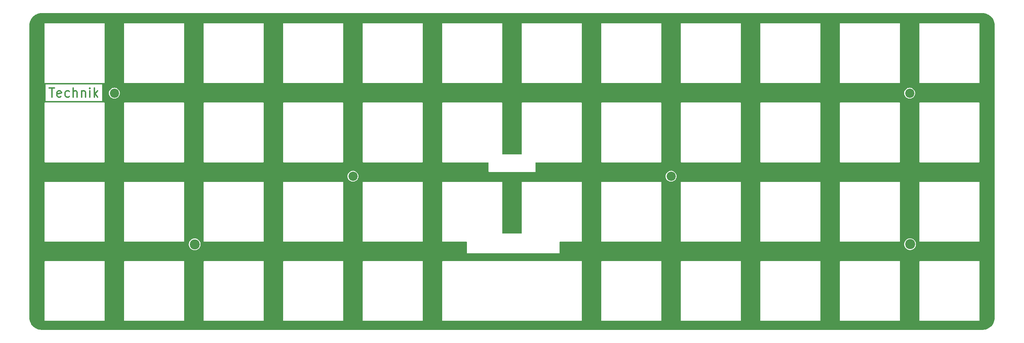
<source format=gbr>
%TF.GenerationSoftware,KiCad,Pcbnew,7.0.2*%
%TF.CreationDate,2023-05-30T09:54:27-07:00*%
%TF.ProjectId,ortho Plate,6f727468-6f20-4506-9c61-74652e6b6963,rev?*%
%TF.SameCoordinates,Original*%
%TF.FileFunction,Copper,L1,Top*%
%TF.FilePolarity,Positive*%
%FSLAX46Y46*%
G04 Gerber Fmt 4.6, Leading zero omitted, Abs format (unit mm)*
G04 Created by KiCad (PCBNEW 7.0.2) date 2023-05-30 09:54:27*
%MOMM*%
%LPD*%
G01*
G04 APERTURE LIST*
%ADD10C,0.300000*%
%TA.AperFunction,NonConductor*%
%ADD11C,0.300000*%
%TD*%
%TA.AperFunction,ComponentPad*%
%ADD12C,2.200000*%
%TD*%
%TA.AperFunction,ComponentPad*%
%ADD13C,2.400000*%
%TD*%
G04 APERTURE END LIST*
D10*
D11*
X17880873Y-31020241D02*
X19138016Y-31020241D01*
X18509445Y-33220241D02*
X18509445Y-31020241D01*
X20709444Y-33115480D02*
X20499920Y-33220241D01*
X20499920Y-33220241D02*
X20080873Y-33220241D01*
X20080873Y-33220241D02*
X19871349Y-33115480D01*
X19871349Y-33115480D02*
X19766587Y-32905956D01*
X19766587Y-32905956D02*
X19766587Y-32067860D01*
X19766587Y-32067860D02*
X19871349Y-31858337D01*
X19871349Y-31858337D02*
X20080873Y-31753575D01*
X20080873Y-31753575D02*
X20499920Y-31753575D01*
X20499920Y-31753575D02*
X20709444Y-31858337D01*
X20709444Y-31858337D02*
X20814206Y-32067860D01*
X20814206Y-32067860D02*
X20814206Y-32277384D01*
X20814206Y-32277384D02*
X19766587Y-32486908D01*
X22699920Y-33115480D02*
X22490396Y-33220241D01*
X22490396Y-33220241D02*
X22071349Y-33220241D01*
X22071349Y-33220241D02*
X21861825Y-33115480D01*
X21861825Y-33115480D02*
X21757063Y-33010718D01*
X21757063Y-33010718D02*
X21652301Y-32801194D01*
X21652301Y-32801194D02*
X21652301Y-32172622D01*
X21652301Y-32172622D02*
X21757063Y-31963099D01*
X21757063Y-31963099D02*
X21861825Y-31858337D01*
X21861825Y-31858337D02*
X22071349Y-31753575D01*
X22071349Y-31753575D02*
X22490396Y-31753575D01*
X22490396Y-31753575D02*
X22699920Y-31858337D01*
X23642777Y-33220241D02*
X23642777Y-31020241D01*
X24585634Y-33220241D02*
X24585634Y-32067860D01*
X24585634Y-32067860D02*
X24480872Y-31858337D01*
X24480872Y-31858337D02*
X24271348Y-31753575D01*
X24271348Y-31753575D02*
X23957063Y-31753575D01*
X23957063Y-31753575D02*
X23747539Y-31858337D01*
X23747539Y-31858337D02*
X23642777Y-31963099D01*
X25633253Y-31753575D02*
X25633253Y-33220241D01*
X25633253Y-31963099D02*
X25738015Y-31858337D01*
X25738015Y-31858337D02*
X25947539Y-31753575D01*
X25947539Y-31753575D02*
X26261824Y-31753575D01*
X26261824Y-31753575D02*
X26471348Y-31858337D01*
X26471348Y-31858337D02*
X26576110Y-32067860D01*
X26576110Y-32067860D02*
X26576110Y-33220241D01*
X27623729Y-33220241D02*
X27623729Y-31753575D01*
X27623729Y-31020241D02*
X27518967Y-31125003D01*
X27518967Y-31125003D02*
X27623729Y-31229765D01*
X27623729Y-31229765D02*
X27728491Y-31125003D01*
X27728491Y-31125003D02*
X27623729Y-31020241D01*
X27623729Y-31020241D02*
X27623729Y-31229765D01*
X28671348Y-33220241D02*
X28671348Y-31020241D01*
X28880872Y-32382146D02*
X29509443Y-33220241D01*
X29509443Y-31753575D02*
X28671348Y-32591670D01*
D12*
%TO.P,REF\u002A\u002A,*%
%TO.N,*%
X33501320Y-32297080D03*
%TD*%
%TO.P,REF\u002A\u002A,*%
%TO.N,*%
X166851320Y-52210680D03*
%TD*%
D13*
%TO.P,REF\u002A\u002A,*%
%TO.N,*%
X224102920Y-68492080D03*
%TD*%
D12*
%TO.P,REF\u002A\u002A,*%
%TO.N,*%
X224001320Y-32297080D03*
%TD*%
%TO.P,REF\u002A\u002A,*%
%TO.N,*%
X90651320Y-52210680D03*
%TD*%
D13*
%TO.P,REF\u002A\u002A,*%
%TO.N,*%
X52742920Y-68523880D03*
%TD*%
%TA.AperFunction,NonConductor*%
G36*
X241468907Y-13124398D02*
G01*
X241782963Y-13142032D01*
X241796994Y-13143613D01*
X242103620Y-13195709D01*
X242117370Y-13198848D01*
X242416240Y-13284949D01*
X242429556Y-13289608D01*
X242702876Y-13402820D01*
X242716900Y-13408629D01*
X242729616Y-13414752D01*
X243001841Y-13565204D01*
X243013776Y-13572704D01*
X243267439Y-13752685D01*
X243278471Y-13761483D01*
X243510374Y-13968723D01*
X243520355Y-13978703D01*
X243727603Y-14210612D01*
X243736412Y-14221659D01*
X243916376Y-14475293D01*
X243923894Y-14487257D01*
X244074333Y-14759455D01*
X244080464Y-14772186D01*
X244199481Y-15059518D01*
X244204147Y-15072854D01*
X244290242Y-15371692D01*
X244293387Y-15385469D01*
X244345482Y-15692083D01*
X244347064Y-15706123D01*
X244364681Y-16019817D01*
X244364879Y-16026882D01*
X244364880Y-86096771D01*
X244364880Y-86120160D01*
X244364682Y-86127225D01*
X244347045Y-86441274D01*
X244345463Y-86455315D01*
X244293368Y-86761919D01*
X244290224Y-86775694D01*
X244204126Y-87074545D01*
X244199459Y-87087882D01*
X244080446Y-87375204D01*
X244074315Y-87387935D01*
X243923880Y-87660125D01*
X243916363Y-87672089D01*
X243736393Y-87925733D01*
X243727583Y-87936780D01*
X243520346Y-88168677D01*
X243510354Y-88178668D01*
X243278466Y-88385895D01*
X243267419Y-88394705D01*
X243013774Y-88574673D01*
X243001810Y-88582190D01*
X242729622Y-88732621D01*
X242716892Y-88738752D01*
X242429562Y-88857767D01*
X242416225Y-88862434D01*
X242117376Y-88948529D01*
X242103600Y-88951673D01*
X241796997Y-89003765D01*
X241782956Y-89005347D01*
X241569755Y-89017319D01*
X241468545Y-89023002D01*
X241461493Y-89023200D01*
X16048919Y-89023200D01*
X16041854Y-89023002D01*
X15727804Y-89005365D01*
X15713763Y-89003783D01*
X15407157Y-88951688D01*
X15393382Y-88948544D01*
X15094534Y-88862448D01*
X15081197Y-88857781D01*
X14793867Y-88738765D01*
X14781143Y-88732637D01*
X14508952Y-88582203D01*
X14496988Y-88574686D01*
X14243340Y-88394713D01*
X14232293Y-88385903D01*
X14000400Y-88178670D01*
X13990409Y-88168679D01*
X13783176Y-87936786D01*
X13774366Y-87925739D01*
X13594393Y-87672091D01*
X13586876Y-87660127D01*
X13586875Y-87660125D01*
X13436438Y-87387929D01*
X13430317Y-87375219D01*
X13311297Y-87087879D01*
X13306631Y-87074545D01*
X13264202Y-86927268D01*
X13231897Y-86815135D01*
X16804420Y-86815135D01*
X16805413Y-86818193D01*
X16817538Y-86841988D01*
X16821324Y-86847199D01*
X16840204Y-86866078D01*
X16845418Y-86869866D01*
X16869197Y-86881983D01*
X16872266Y-86882980D01*
X31087576Y-86882980D01*
X31090645Y-86881982D01*
X31114417Y-86869869D01*
X31117029Y-86867970D01*
X31117032Y-86867970D01*
X31117033Y-86867968D01*
X31119642Y-86866073D01*
X31138513Y-86847202D01*
X31140408Y-86844593D01*
X31140410Y-86844592D01*
X31140410Y-86844589D01*
X31142309Y-86841977D01*
X31154422Y-86818205D01*
X31155420Y-86815135D01*
X35854420Y-86815135D01*
X35855413Y-86818193D01*
X35867538Y-86841988D01*
X35871324Y-86847199D01*
X35890204Y-86866078D01*
X35895418Y-86869866D01*
X35919197Y-86881983D01*
X35922266Y-86882980D01*
X50137576Y-86882980D01*
X50140645Y-86881982D01*
X50164417Y-86869869D01*
X50167029Y-86867970D01*
X50167032Y-86867970D01*
X50167033Y-86867968D01*
X50169642Y-86866073D01*
X50188513Y-86847202D01*
X50190408Y-86844593D01*
X50190410Y-86844592D01*
X50190410Y-86844589D01*
X50192309Y-86841977D01*
X50204422Y-86818205D01*
X50205420Y-86815135D01*
X54904420Y-86815135D01*
X54905413Y-86818193D01*
X54917538Y-86841988D01*
X54921324Y-86847199D01*
X54940204Y-86866078D01*
X54945418Y-86869866D01*
X54969197Y-86881983D01*
X54972266Y-86882980D01*
X69187576Y-86882980D01*
X69190645Y-86881982D01*
X69214417Y-86869869D01*
X69217029Y-86867970D01*
X69217032Y-86867970D01*
X69217033Y-86867968D01*
X69219642Y-86866073D01*
X69238513Y-86847202D01*
X69240408Y-86844593D01*
X69240410Y-86844592D01*
X69240410Y-86844589D01*
X69242309Y-86841977D01*
X69254422Y-86818205D01*
X69255420Y-86815135D01*
X73954420Y-86815135D01*
X73955413Y-86818193D01*
X73967538Y-86841988D01*
X73971324Y-86847199D01*
X73990204Y-86866078D01*
X73995418Y-86869866D01*
X74019197Y-86881983D01*
X74022266Y-86882980D01*
X88237576Y-86882980D01*
X88240645Y-86881982D01*
X88264417Y-86869869D01*
X88267029Y-86867970D01*
X88267032Y-86867970D01*
X88267033Y-86867968D01*
X88269642Y-86866073D01*
X88288513Y-86847202D01*
X88290408Y-86844593D01*
X88290410Y-86844592D01*
X88290410Y-86844589D01*
X88292309Y-86841977D01*
X88304422Y-86818205D01*
X88305420Y-86815135D01*
X93004420Y-86815135D01*
X93005413Y-86818193D01*
X93017538Y-86841988D01*
X93021324Y-86847199D01*
X93040204Y-86866078D01*
X93045418Y-86869866D01*
X93069197Y-86881983D01*
X93072266Y-86882980D01*
X107287576Y-86882980D01*
X107290645Y-86881982D01*
X107314417Y-86869869D01*
X107317029Y-86867970D01*
X107317032Y-86867970D01*
X107317033Y-86867968D01*
X107319642Y-86866073D01*
X107338513Y-86847202D01*
X107340408Y-86844593D01*
X107340410Y-86844592D01*
X107340410Y-86844589D01*
X107342309Y-86841977D01*
X107354422Y-86818205D01*
X107355420Y-86815135D01*
X107355420Y-72599827D01*
X112054419Y-72599827D01*
X112054420Y-86815135D01*
X112055413Y-86818193D01*
X112067538Y-86841988D01*
X112071324Y-86847199D01*
X112090204Y-86866078D01*
X112095418Y-86869866D01*
X112119197Y-86881983D01*
X112122266Y-86882980D01*
X145387576Y-86882980D01*
X145390645Y-86881982D01*
X145414417Y-86869869D01*
X145417029Y-86867970D01*
X145417032Y-86867970D01*
X145417033Y-86867968D01*
X145419642Y-86866073D01*
X145438513Y-86847202D01*
X145440408Y-86844593D01*
X145440410Y-86844592D01*
X145440410Y-86844589D01*
X145442309Y-86841977D01*
X145454422Y-86818205D01*
X145455420Y-86815135D01*
X150154420Y-86815135D01*
X150155413Y-86818193D01*
X150167538Y-86841988D01*
X150171324Y-86847199D01*
X150190204Y-86866078D01*
X150195418Y-86869866D01*
X150219197Y-86881983D01*
X150222266Y-86882980D01*
X164437576Y-86882980D01*
X164440645Y-86881982D01*
X164464417Y-86869869D01*
X164467029Y-86867970D01*
X164467032Y-86867970D01*
X164467033Y-86867968D01*
X164469642Y-86866073D01*
X164488513Y-86847202D01*
X164490408Y-86844593D01*
X164490410Y-86844592D01*
X164490410Y-86844589D01*
X164492309Y-86841977D01*
X164504422Y-86818205D01*
X164505420Y-86815135D01*
X169204420Y-86815135D01*
X169205413Y-86818193D01*
X169217538Y-86841988D01*
X169221324Y-86847199D01*
X169240204Y-86866078D01*
X169245418Y-86869866D01*
X169269197Y-86881983D01*
X169272266Y-86882980D01*
X183487576Y-86882980D01*
X183490645Y-86881982D01*
X183514417Y-86869869D01*
X183517029Y-86867970D01*
X183517032Y-86867970D01*
X183517033Y-86867968D01*
X183519642Y-86866073D01*
X183538513Y-86847202D01*
X183540408Y-86844593D01*
X183540410Y-86844592D01*
X183540410Y-86844589D01*
X183542309Y-86841977D01*
X183554422Y-86818205D01*
X183555420Y-86815135D01*
X188254420Y-86815135D01*
X188255413Y-86818193D01*
X188267538Y-86841988D01*
X188271324Y-86847199D01*
X188290204Y-86866078D01*
X188295418Y-86869866D01*
X188319197Y-86881983D01*
X188322266Y-86882980D01*
X202537576Y-86882980D01*
X202540645Y-86881982D01*
X202564417Y-86869869D01*
X202567029Y-86867970D01*
X202567032Y-86867970D01*
X202567033Y-86867968D01*
X202569642Y-86866073D01*
X202588513Y-86847202D01*
X202590408Y-86844593D01*
X202590410Y-86844592D01*
X202590410Y-86844589D01*
X202592309Y-86841977D01*
X202604422Y-86818205D01*
X202605420Y-86815135D01*
X207304420Y-86815135D01*
X207305413Y-86818193D01*
X207317538Y-86841988D01*
X207321324Y-86847199D01*
X207340204Y-86866078D01*
X207345418Y-86869866D01*
X207369197Y-86881983D01*
X207372266Y-86882980D01*
X221587576Y-86882980D01*
X221590645Y-86881982D01*
X221614417Y-86869869D01*
X221617029Y-86867970D01*
X221617032Y-86867970D01*
X221617033Y-86867968D01*
X221619642Y-86866073D01*
X221638513Y-86847202D01*
X221640408Y-86844593D01*
X221640410Y-86844592D01*
X221640410Y-86844589D01*
X221642309Y-86841977D01*
X221654422Y-86818205D01*
X221655420Y-86815135D01*
X226354420Y-86815135D01*
X226355413Y-86818193D01*
X226367538Y-86841988D01*
X226371324Y-86847199D01*
X226390204Y-86866078D01*
X226395418Y-86869866D01*
X226419197Y-86881983D01*
X226422266Y-86882980D01*
X240637576Y-86882980D01*
X240640645Y-86881982D01*
X240664417Y-86869869D01*
X240667029Y-86867970D01*
X240667032Y-86867970D01*
X240667033Y-86867968D01*
X240669642Y-86866073D01*
X240688513Y-86847202D01*
X240690408Y-86844593D01*
X240690410Y-86844592D01*
X240690410Y-86844589D01*
X240692309Y-86841977D01*
X240704422Y-86818205D01*
X240705420Y-86815135D01*
X240705420Y-72599825D01*
X240704423Y-72596757D01*
X240692306Y-72572978D01*
X240688518Y-72567764D01*
X240669639Y-72548884D01*
X240664428Y-72545098D01*
X240640633Y-72532973D01*
X240637575Y-72531980D01*
X240637574Y-72531980D01*
X240620837Y-72531980D01*
X226487574Y-72531980D01*
X226422266Y-72531980D01*
X226422264Y-72531981D01*
X226419204Y-72532975D01*
X226395412Y-72545097D01*
X226390208Y-72548878D01*
X226371318Y-72567768D01*
X226367537Y-72572972D01*
X226355415Y-72596764D01*
X226354420Y-72599827D01*
X226354420Y-86815135D01*
X221655420Y-86815135D01*
X221655420Y-72599825D01*
X221654423Y-72596757D01*
X221642306Y-72572978D01*
X221638518Y-72567764D01*
X221619639Y-72548884D01*
X221614428Y-72545098D01*
X221590633Y-72532973D01*
X221587575Y-72531980D01*
X221587574Y-72531980D01*
X221570837Y-72531980D01*
X207437574Y-72531980D01*
X207372266Y-72531980D01*
X207372264Y-72531981D01*
X207369204Y-72532975D01*
X207345412Y-72545097D01*
X207340208Y-72548878D01*
X207321318Y-72567768D01*
X207317537Y-72572972D01*
X207305415Y-72596764D01*
X207304420Y-72599827D01*
X207304420Y-86815135D01*
X202605420Y-86815135D01*
X202605420Y-72599825D01*
X202604423Y-72596757D01*
X202592306Y-72572978D01*
X202588518Y-72567764D01*
X202569639Y-72548884D01*
X202564428Y-72545098D01*
X202540633Y-72532973D01*
X202537575Y-72531980D01*
X202537574Y-72531980D01*
X202520837Y-72531980D01*
X188387574Y-72531980D01*
X188322266Y-72531980D01*
X188322264Y-72531981D01*
X188319204Y-72532975D01*
X188295412Y-72545097D01*
X188290208Y-72548878D01*
X188271318Y-72567768D01*
X188267537Y-72572972D01*
X188255415Y-72596764D01*
X188254420Y-72599827D01*
X188254420Y-86815135D01*
X183555420Y-86815135D01*
X183555420Y-72599825D01*
X183554423Y-72596757D01*
X183542306Y-72572978D01*
X183538518Y-72567764D01*
X183519639Y-72548884D01*
X183514428Y-72545098D01*
X183490633Y-72532973D01*
X183487575Y-72531980D01*
X183487574Y-72531980D01*
X183470837Y-72531980D01*
X169337574Y-72531980D01*
X169272266Y-72531980D01*
X169272264Y-72531981D01*
X169269204Y-72532975D01*
X169245412Y-72545097D01*
X169240208Y-72548878D01*
X169221318Y-72567768D01*
X169217537Y-72572972D01*
X169205415Y-72596764D01*
X169204420Y-72599827D01*
X169204420Y-86815135D01*
X164505420Y-86815135D01*
X164505420Y-72599825D01*
X164504423Y-72596757D01*
X164492306Y-72572978D01*
X164488518Y-72567764D01*
X164469639Y-72548884D01*
X164464428Y-72545098D01*
X164440633Y-72532973D01*
X164437575Y-72531980D01*
X164437574Y-72531980D01*
X164420837Y-72531980D01*
X150287574Y-72531980D01*
X150222266Y-72531980D01*
X150222264Y-72531981D01*
X150219204Y-72532975D01*
X150195412Y-72545097D01*
X150190208Y-72548878D01*
X150171318Y-72567768D01*
X150167537Y-72572972D01*
X150155415Y-72596764D01*
X150154420Y-72599827D01*
X150154420Y-86815135D01*
X145455420Y-86815135D01*
X145455420Y-72599825D01*
X145454423Y-72596757D01*
X145442306Y-72572978D01*
X145438518Y-72567764D01*
X145419639Y-72548884D01*
X145414428Y-72545098D01*
X145390633Y-72532973D01*
X145387575Y-72531980D01*
X145387574Y-72531980D01*
X145370837Y-72531980D01*
X112187574Y-72531980D01*
X112122266Y-72531980D01*
X112122264Y-72531981D01*
X112119204Y-72532975D01*
X112095412Y-72545097D01*
X112090208Y-72548878D01*
X112071318Y-72567768D01*
X112067537Y-72572972D01*
X112055415Y-72596764D01*
X112054419Y-72599827D01*
X107355420Y-72599827D01*
X107355420Y-72599825D01*
X107354423Y-72596757D01*
X107342306Y-72572978D01*
X107338518Y-72567764D01*
X107319639Y-72548884D01*
X107314428Y-72545098D01*
X107290633Y-72532973D01*
X107287575Y-72531980D01*
X107287574Y-72531980D01*
X107270837Y-72531980D01*
X93137574Y-72531980D01*
X93072266Y-72531980D01*
X93072264Y-72531981D01*
X93069204Y-72532975D01*
X93045412Y-72545097D01*
X93040208Y-72548878D01*
X93021318Y-72567768D01*
X93017537Y-72572972D01*
X93005415Y-72596764D01*
X93004420Y-72599827D01*
X93004420Y-86815135D01*
X88305420Y-86815135D01*
X88305420Y-72599825D01*
X88304423Y-72596757D01*
X88292306Y-72572978D01*
X88288518Y-72567764D01*
X88269639Y-72548884D01*
X88264428Y-72545098D01*
X88240633Y-72532973D01*
X88237575Y-72531980D01*
X88237574Y-72531980D01*
X88220837Y-72531980D01*
X74087574Y-72531980D01*
X74022266Y-72531980D01*
X74022264Y-72531981D01*
X74019204Y-72532975D01*
X73995412Y-72545097D01*
X73990208Y-72548878D01*
X73971318Y-72567768D01*
X73967537Y-72572972D01*
X73955415Y-72596764D01*
X73954420Y-72599827D01*
X73954420Y-86815135D01*
X69255420Y-86815135D01*
X69255420Y-72599825D01*
X69254423Y-72596757D01*
X69242306Y-72572978D01*
X69238518Y-72567764D01*
X69219639Y-72548884D01*
X69214428Y-72545098D01*
X69190633Y-72532973D01*
X69187575Y-72531980D01*
X69187574Y-72531980D01*
X69170837Y-72531980D01*
X55037574Y-72531980D01*
X54972266Y-72531980D01*
X54972264Y-72531981D01*
X54969204Y-72532975D01*
X54945412Y-72545097D01*
X54940208Y-72548878D01*
X54921318Y-72567768D01*
X54917537Y-72572972D01*
X54905415Y-72596764D01*
X54904420Y-72599827D01*
X54904420Y-86815135D01*
X50205420Y-86815135D01*
X50205420Y-72599825D01*
X50204423Y-72596757D01*
X50192306Y-72572978D01*
X50188518Y-72567764D01*
X50169639Y-72548884D01*
X50164428Y-72545098D01*
X50140633Y-72532973D01*
X50137575Y-72531980D01*
X50137574Y-72531980D01*
X50120837Y-72531980D01*
X35987574Y-72531980D01*
X35922266Y-72531980D01*
X35922264Y-72531981D01*
X35919204Y-72532975D01*
X35895412Y-72545097D01*
X35890208Y-72548878D01*
X35871318Y-72567768D01*
X35867537Y-72572972D01*
X35855415Y-72596764D01*
X35854420Y-72599827D01*
X35854420Y-86815135D01*
X31155420Y-86815135D01*
X31155420Y-72599825D01*
X31154423Y-72596757D01*
X31142306Y-72572978D01*
X31138518Y-72567764D01*
X31119639Y-72548884D01*
X31114428Y-72545098D01*
X31090633Y-72532973D01*
X31087575Y-72531980D01*
X31087574Y-72531980D01*
X31070837Y-72531980D01*
X16937574Y-72531980D01*
X16872266Y-72531980D01*
X16872264Y-72531981D01*
X16869204Y-72532975D01*
X16845412Y-72545097D01*
X16840208Y-72548878D01*
X16821318Y-72567768D01*
X16817537Y-72572972D01*
X16805415Y-72596764D01*
X16804420Y-72599827D01*
X16804420Y-86815135D01*
X13231897Y-86815135D01*
X13220533Y-86775689D01*
X13217393Y-86761931D01*
X13165295Y-86455313D01*
X13163714Y-86441275D01*
X13146078Y-86127225D01*
X13145880Y-86120160D01*
X13145880Y-68523878D01*
X51337619Y-68523878D01*
X51344667Y-68608940D01*
X51344983Y-68613994D01*
X51348739Y-68702411D01*
X51352985Y-68722111D01*
X51355382Y-68738248D01*
X51356785Y-68755183D01*
X51369276Y-68804508D01*
X51371625Y-68813785D01*
X51378568Y-68841199D01*
X51379596Y-68845585D01*
X51398965Y-68935461D01*
X51405203Y-68950983D01*
X51410433Y-68967029D01*
X51413763Y-68980181D01*
X51450782Y-69064577D01*
X51452307Y-69068207D01*
X51487856Y-69156670D01*
X51494829Y-69167996D01*
X51502919Y-69183436D01*
X51506993Y-69192723D01*
X51506996Y-69192729D01*
X51559292Y-69272776D01*
X51561066Y-69275572D01*
X51606655Y-69349612D01*
X51612851Y-69359675D01*
X51619366Y-69367077D01*
X51630266Y-69381408D01*
X51633941Y-69387033D01*
X51701046Y-69459929D01*
X51702862Y-69461948D01*
X51715025Y-69475767D01*
X51770354Y-69538634D01*
X51775365Y-69542680D01*
X51788905Y-69555370D01*
X51791136Y-69557793D01*
X51872853Y-69621395D01*
X51931253Y-69668550D01*
X51955840Y-69688403D01*
X51958466Y-69689870D01*
X51974190Y-69700293D01*
X51974290Y-69700347D01*
X51974294Y-69700350D01*
X52068082Y-69751105D01*
X52163966Y-69804670D01*
X52163969Y-69804671D01*
X52164286Y-69804848D01*
X52175380Y-69809773D01*
X52178414Y-69810814D01*
X52178417Y-69810816D01*
X52282196Y-69846443D01*
X52388749Y-69884091D01*
X52388752Y-69884091D01*
X52391714Y-69885138D01*
X52397932Y-69886175D01*
X52397939Y-69886178D01*
X52509244Y-69904751D01*
X52535342Y-69909226D01*
X52623718Y-69924380D01*
X52623720Y-69924380D01*
X52858969Y-69924380D01*
X52912843Y-69915389D01*
X52922896Y-69914125D01*
X52928419Y-69913654D01*
X52980461Y-69909226D01*
X53029760Y-69896388D01*
X53040758Y-69894044D01*
X53087901Y-69886178D01*
X53142793Y-69867332D01*
X53151939Y-69864576D01*
X53211169Y-69849155D01*
X53254495Y-69829569D01*
X53265444Y-69825227D01*
X53307423Y-69810816D01*
X53361481Y-69781560D01*
X53369512Y-69777578D01*
X53428406Y-69750957D01*
X53464955Y-69726253D01*
X53475508Y-69719852D01*
X53511546Y-69700350D01*
X53562756Y-69660490D01*
X53569555Y-69655555D01*
X53625923Y-69617459D01*
X53655305Y-69589297D01*
X53665068Y-69580858D01*
X53694704Y-69557793D01*
X53740972Y-69507531D01*
X53746438Y-69501953D01*
X53798038Y-69452501D01*
X53820201Y-69422532D01*
X53828797Y-69412126D01*
X53851899Y-69387033D01*
X53891114Y-69327008D01*
X53895274Y-69321027D01*
X53939799Y-69260827D01*
X53955046Y-69230584D01*
X53962055Y-69218425D01*
X53978844Y-69192729D01*
X54009017Y-69123941D01*
X54011878Y-69117863D01*
X54047127Y-69047954D01*
X54056035Y-69018862D01*
X54061124Y-69005149D01*
X54069053Y-68987073D01*
X54072077Y-68980180D01*
X54085537Y-68927029D01*
X54091357Y-68904046D01*
X54093018Y-68898102D01*
X54116936Y-68820003D01*
X54120365Y-68793227D01*
X54123201Y-68778297D01*
X54129053Y-68755187D01*
X54129054Y-68755185D01*
X54135822Y-68673496D01*
X54136406Y-68667953D01*
X54147218Y-68583534D01*
X54146217Y-68559979D01*
X54146534Y-68544227D01*
X54148220Y-68523881D01*
X54141171Y-68438816D01*
X54140858Y-68433832D01*
X54137100Y-68345348D01*
X54132854Y-68325650D01*
X54130456Y-68309504D01*
X54129054Y-68292576D01*
X54125288Y-68277704D01*
X54107250Y-68206477D01*
X54106247Y-68202193D01*
X54086874Y-68112299D01*
X54080634Y-68096772D01*
X54075406Y-68080726D01*
X54072077Y-68067580D01*
X54035059Y-67983187D01*
X54033532Y-67979554D01*
X54028893Y-67968010D01*
X53997984Y-67891090D01*
X53991008Y-67879761D01*
X53982918Y-67864320D01*
X53978844Y-67855031D01*
X53952779Y-67815135D01*
X54904420Y-67815135D01*
X54905413Y-67818193D01*
X54917538Y-67841988D01*
X54921324Y-67847199D01*
X54940204Y-67866078D01*
X54945418Y-67869866D01*
X54969197Y-67881983D01*
X54972266Y-67882980D01*
X69187576Y-67882980D01*
X69190645Y-67881982D01*
X69214417Y-67869869D01*
X69217029Y-67867970D01*
X69217032Y-67867970D01*
X69217033Y-67867968D01*
X69219642Y-67866073D01*
X69238513Y-67847202D01*
X69240408Y-67844593D01*
X69240410Y-67844592D01*
X69240410Y-67844589D01*
X69242309Y-67841977D01*
X69254422Y-67818205D01*
X69255420Y-67815135D01*
X73954420Y-67815135D01*
X73955413Y-67818193D01*
X73967538Y-67841988D01*
X73971324Y-67847199D01*
X73990204Y-67866078D01*
X73995418Y-67869866D01*
X74019197Y-67881983D01*
X74022266Y-67882980D01*
X88237576Y-67882980D01*
X88240645Y-67881982D01*
X88264417Y-67869869D01*
X88267029Y-67867970D01*
X88267032Y-67867970D01*
X88267033Y-67867968D01*
X88269642Y-67866073D01*
X88288513Y-67847202D01*
X88290408Y-67844593D01*
X88290410Y-67844592D01*
X88290410Y-67844589D01*
X88292309Y-67841977D01*
X88304422Y-67818205D01*
X88305420Y-67815135D01*
X93004420Y-67815135D01*
X93005413Y-67818193D01*
X93017538Y-67841988D01*
X93021324Y-67847199D01*
X93040204Y-67866078D01*
X93045418Y-67869866D01*
X93069197Y-67881983D01*
X93072266Y-67882980D01*
X107287576Y-67882980D01*
X107290645Y-67881982D01*
X107314417Y-67869869D01*
X107317029Y-67867970D01*
X107317032Y-67867970D01*
X107317033Y-67867968D01*
X107319642Y-67866073D01*
X107338513Y-67847202D01*
X107340408Y-67844593D01*
X107340410Y-67844592D01*
X107340410Y-67844589D01*
X107342309Y-67841977D01*
X107354422Y-67818205D01*
X107355420Y-67815135D01*
X107355420Y-67730703D01*
X112054406Y-67730703D01*
X112054411Y-67749852D01*
X112054411Y-67749853D01*
X112054420Y-67780927D01*
X112054420Y-67782508D01*
X112054420Y-67815134D01*
X112055435Y-67818258D01*
X112067516Y-67841958D01*
X112071302Y-67847170D01*
X112090253Y-67866115D01*
X112095469Y-67869902D01*
X112119171Y-67881973D01*
X112122262Y-67882977D01*
X112122266Y-67882980D01*
X112122270Y-67882980D01*
X112122295Y-67882988D01*
X112139029Y-67882983D01*
X112139030Y-67882984D01*
X112153781Y-67882980D01*
X112187574Y-67882980D01*
X112209600Y-67882980D01*
X112209690Y-67882964D01*
X117826142Y-67881441D01*
X117894268Y-67901425D01*
X117940775Y-67955068D01*
X117952176Y-68007576D01*
X117949474Y-70530530D01*
X117949420Y-70530886D01*
X117949420Y-70582412D01*
X117949385Y-70615028D01*
X117950459Y-70618332D01*
X117962390Y-70641778D01*
X117966169Y-70646990D01*
X117985322Y-70666163D01*
X117987807Y-70667968D01*
X117987808Y-70667970D01*
X117987809Y-70667970D01*
X117990538Y-70669953D01*
X118013954Y-70681899D01*
X118017157Y-70682944D01*
X118017158Y-70682945D01*
X118017266Y-70682980D01*
X118049812Y-70682980D01*
X118082466Y-70683015D01*
X118082466Y-70683014D01*
X118102198Y-70683035D01*
X118102549Y-70682980D01*
X129034003Y-70682980D01*
X140049812Y-70682980D01*
X140082466Y-70683015D01*
X140082468Y-70683013D01*
X140085395Y-70682066D01*
X140109544Y-70669778D01*
X140114758Y-70665989D01*
X140133355Y-70647412D01*
X140135339Y-70644686D01*
X140135343Y-70644684D01*
X140135344Y-70644680D01*
X140137157Y-70642191D01*
X140149468Y-70618062D01*
X140150420Y-70615134D01*
X140150420Y-70582628D01*
X140151220Y-69835537D01*
X140152658Y-68492078D01*
X222697619Y-68492078D01*
X222704667Y-68577140D01*
X222704983Y-68582194D01*
X222708739Y-68670611D01*
X222712985Y-68690311D01*
X222715382Y-68706448D01*
X222716785Y-68723383D01*
X222729276Y-68772708D01*
X222734472Y-68793227D01*
X222738568Y-68809399D01*
X222739596Y-68813785D01*
X222758965Y-68903661D01*
X222765203Y-68919183D01*
X222770431Y-68935223D01*
X222772480Y-68943313D01*
X222773763Y-68948381D01*
X222810782Y-69032777D01*
X222812307Y-69036407D01*
X222847856Y-69124870D01*
X222854829Y-69136196D01*
X222862919Y-69151636D01*
X222866993Y-69160923D01*
X222866996Y-69160929D01*
X222919292Y-69240976D01*
X222921066Y-69243772D01*
X222940664Y-69275600D01*
X222972851Y-69327875D01*
X222979366Y-69335277D01*
X222990266Y-69349608D01*
X222993941Y-69355233D01*
X223061046Y-69428129D01*
X223062862Y-69430148D01*
X223082534Y-69452499D01*
X223130354Y-69506834D01*
X223135365Y-69510880D01*
X223148905Y-69523570D01*
X223151136Y-69525993D01*
X223232853Y-69589595D01*
X223281287Y-69628703D01*
X223315840Y-69656603D01*
X223318466Y-69658070D01*
X223334190Y-69668493D01*
X223334290Y-69668547D01*
X223334294Y-69668550D01*
X223428082Y-69719305D01*
X223523966Y-69772870D01*
X223523969Y-69772871D01*
X223524286Y-69773048D01*
X223535380Y-69777973D01*
X223538414Y-69779014D01*
X223538417Y-69779016D01*
X223642196Y-69814643D01*
X223748749Y-69852291D01*
X223748752Y-69852291D01*
X223751714Y-69853338D01*
X223757932Y-69854375D01*
X223757939Y-69854378D01*
X223869244Y-69872951D01*
X223895342Y-69877426D01*
X223983718Y-69892580D01*
X223983720Y-69892580D01*
X224218969Y-69892580D01*
X224272843Y-69883589D01*
X224282896Y-69882325D01*
X224288419Y-69881854D01*
X224340461Y-69877426D01*
X224389760Y-69864588D01*
X224400758Y-69862244D01*
X224447901Y-69854378D01*
X224502793Y-69835532D01*
X224511939Y-69832776D01*
X224571169Y-69817355D01*
X224614495Y-69797769D01*
X224625444Y-69793427D01*
X224667423Y-69779016D01*
X224721481Y-69749760D01*
X224729512Y-69745778D01*
X224788406Y-69719157D01*
X224824955Y-69694453D01*
X224835508Y-69688052D01*
X224871546Y-69668550D01*
X224922756Y-69628690D01*
X224929555Y-69623755D01*
X224985923Y-69585659D01*
X225015305Y-69557497D01*
X225025068Y-69549058D01*
X225054704Y-69525993D01*
X225100972Y-69475731D01*
X225106438Y-69470153D01*
X225158038Y-69420701D01*
X225180201Y-69390732D01*
X225188797Y-69380326D01*
X225211899Y-69355233D01*
X225251114Y-69295208D01*
X225255274Y-69289227D01*
X225299799Y-69229027D01*
X225315046Y-69198784D01*
X225322055Y-69186625D01*
X225338844Y-69160929D01*
X225369017Y-69092141D01*
X225371878Y-69086063D01*
X225407127Y-69016154D01*
X225416035Y-68987062D01*
X225421124Y-68973349D01*
X225432077Y-68948380D01*
X225451357Y-68872246D01*
X225453018Y-68866302D01*
X225476936Y-68788203D01*
X225480365Y-68761427D01*
X225483201Y-68746497D01*
X225489053Y-68723387D01*
X225489054Y-68723385D01*
X225495822Y-68641696D01*
X225496406Y-68636153D01*
X225507218Y-68551734D01*
X225506217Y-68528179D01*
X225506534Y-68512427D01*
X225508220Y-68492081D01*
X225501171Y-68407016D01*
X225500858Y-68402032D01*
X225497100Y-68313548D01*
X225492854Y-68293850D01*
X225490456Y-68277704D01*
X225489054Y-68260776D01*
X225489053Y-68260772D01*
X225467250Y-68174677D01*
X225466247Y-68170393D01*
X225446874Y-68080499D01*
X225440634Y-68064972D01*
X225435406Y-68048926D01*
X225432077Y-68035780D01*
X225395059Y-67951387D01*
X225393532Y-67947754D01*
X225386365Y-67929919D01*
X225357984Y-67859290D01*
X225351008Y-67847961D01*
X225342918Y-67832520D01*
X225338844Y-67823231D01*
X225333555Y-67815135D01*
X226354420Y-67815135D01*
X226355413Y-67818193D01*
X226367538Y-67841988D01*
X226371324Y-67847199D01*
X226390204Y-67866078D01*
X226395418Y-67869866D01*
X226419197Y-67881983D01*
X226422266Y-67882980D01*
X240637576Y-67882980D01*
X240640645Y-67881982D01*
X240664417Y-67869869D01*
X240667029Y-67867970D01*
X240667032Y-67867970D01*
X240667033Y-67867968D01*
X240669642Y-67866073D01*
X240688513Y-67847202D01*
X240690408Y-67844593D01*
X240690410Y-67844592D01*
X240690410Y-67844589D01*
X240692309Y-67841977D01*
X240704422Y-67818205D01*
X240705420Y-67815135D01*
X240705420Y-53599825D01*
X240704423Y-53596757D01*
X240692306Y-53572978D01*
X240688518Y-53567764D01*
X240669639Y-53548884D01*
X240664428Y-53545098D01*
X240640633Y-53532973D01*
X240637575Y-53531980D01*
X240637574Y-53531980D01*
X240620837Y-53531980D01*
X226487574Y-53531980D01*
X226422266Y-53531980D01*
X226422264Y-53531981D01*
X226419204Y-53532975D01*
X226395412Y-53545097D01*
X226390208Y-53548878D01*
X226371318Y-53567768D01*
X226367537Y-53572972D01*
X226355415Y-53596764D01*
X226354420Y-53599827D01*
X226354420Y-67815135D01*
X225333555Y-67815135D01*
X225290897Y-67749842D01*
X225286581Y-67743236D01*
X225284772Y-67740384D01*
X225232991Y-67656288D01*
X225232990Y-67656287D01*
X225232989Y-67656285D01*
X225226469Y-67648877D01*
X225215569Y-67634545D01*
X225211899Y-67628927D01*
X225144782Y-67556018D01*
X225143019Y-67554059D01*
X225075484Y-67477325D01*
X225070471Y-67473277D01*
X225056935Y-67460590D01*
X225054703Y-67458166D01*
X224972986Y-67394564D01*
X224890000Y-67327556D01*
X224887368Y-67326086D01*
X224871648Y-67315665D01*
X224777757Y-67264854D01*
X224681563Y-67211116D01*
X224670456Y-67206185D01*
X224599946Y-67181979D01*
X224563643Y-67169516D01*
X224457091Y-67131869D01*
X224457089Y-67131868D01*
X224454124Y-67130821D01*
X224447904Y-67129783D01*
X224447901Y-67129782D01*
X224336595Y-67111208D01*
X224251353Y-67096592D01*
X224222122Y-67091580D01*
X224222120Y-67091580D01*
X224218969Y-67091580D01*
X223986871Y-67091580D01*
X223969725Y-67094440D01*
X223932992Y-67100570D01*
X223922941Y-67101834D01*
X223865378Y-67106733D01*
X223816072Y-67119571D01*
X223805065Y-67121917D01*
X223757937Y-67129781D01*
X223703047Y-67148625D01*
X223693887Y-67151386D01*
X223656351Y-67161159D01*
X223634671Y-67166805D01*
X223634669Y-67166805D01*
X223634668Y-67166806D01*
X223591352Y-67186384D01*
X223580373Y-67190739D01*
X223538418Y-67205143D01*
X223484376Y-67234389D01*
X223476308Y-67238389D01*
X223417434Y-67265002D01*
X223380889Y-67289701D01*
X223370310Y-67296117D01*
X223334294Y-67315609D01*
X223283105Y-67355451D01*
X223276273Y-67360410D01*
X223219919Y-67398499D01*
X223190548Y-67426648D01*
X223180761Y-67435108D01*
X223151131Y-67458171D01*
X223104890Y-67508401D01*
X223099376Y-67514028D01*
X223047801Y-67563458D01*
X223025643Y-67593419D01*
X223017045Y-67603828D01*
X222993938Y-67628929D01*
X222954735Y-67688935D01*
X222950557Y-67694942D01*
X222906042Y-67755130D01*
X222890804Y-67785352D01*
X222883783Y-67797532D01*
X222866996Y-67823229D01*
X222836824Y-67892011D01*
X222833948Y-67898119D01*
X222798711Y-67968010D01*
X222789803Y-67997094D01*
X222784719Y-68010799D01*
X222773764Y-68035776D01*
X222754481Y-68111918D01*
X222752814Y-68117877D01*
X222728904Y-68195953D01*
X222725474Y-68222734D01*
X222722640Y-68237654D01*
X222716786Y-68260772D01*
X222710019Y-68342427D01*
X222709429Y-68348023D01*
X222698622Y-68432427D01*
X222699622Y-68455989D01*
X222699305Y-68471731D01*
X222697619Y-68492078D01*
X140152658Y-68492078D01*
X140153177Y-68007311D01*
X140173252Y-67939213D01*
X140226957Y-67892777D01*
X140279210Y-67881447D01*
X145302558Y-67882964D01*
X145302660Y-67882980D01*
X145354241Y-67882980D01*
X145370806Y-67882985D01*
X145370807Y-67882984D01*
X145387542Y-67882989D01*
X145387570Y-67882980D01*
X145387574Y-67882980D01*
X145387577Y-67882977D01*
X145390684Y-67881968D01*
X145414361Y-67869908D01*
X145417002Y-67867990D01*
X145417006Y-67867989D01*
X145417008Y-67867986D01*
X145419581Y-67866118D01*
X145438541Y-67847164D01*
X145440408Y-67844592D01*
X145440410Y-67844592D01*
X145440410Y-67844590D01*
X145442328Y-67841951D01*
X145454400Y-67818269D01*
X145455420Y-67815135D01*
X150154420Y-67815135D01*
X150155413Y-67818193D01*
X150167538Y-67841988D01*
X150171324Y-67847199D01*
X150190204Y-67866078D01*
X150195418Y-67869866D01*
X150219197Y-67881983D01*
X150222266Y-67882980D01*
X164437576Y-67882980D01*
X164440645Y-67881982D01*
X164464417Y-67869869D01*
X164467029Y-67867970D01*
X164467032Y-67867970D01*
X164467033Y-67867968D01*
X164469642Y-67866073D01*
X164488513Y-67847202D01*
X164490408Y-67844593D01*
X164490410Y-67844592D01*
X164490410Y-67844589D01*
X164492309Y-67841977D01*
X164504422Y-67818205D01*
X164505420Y-67815135D01*
X169204420Y-67815135D01*
X169205413Y-67818193D01*
X169217538Y-67841988D01*
X169221324Y-67847199D01*
X169240204Y-67866078D01*
X169245418Y-67869866D01*
X169269197Y-67881983D01*
X169272266Y-67882980D01*
X183487576Y-67882980D01*
X183490645Y-67881982D01*
X183514417Y-67869869D01*
X183517029Y-67867970D01*
X183517032Y-67867970D01*
X183517033Y-67867968D01*
X183519642Y-67866073D01*
X183538513Y-67847202D01*
X183540408Y-67844593D01*
X183540410Y-67844592D01*
X183540410Y-67844589D01*
X183542309Y-67841977D01*
X183554422Y-67818205D01*
X183555420Y-67815135D01*
X188254420Y-67815135D01*
X188255413Y-67818193D01*
X188267538Y-67841988D01*
X188271324Y-67847199D01*
X188290204Y-67866078D01*
X188295418Y-67869866D01*
X188319197Y-67881983D01*
X188322266Y-67882980D01*
X202537576Y-67882980D01*
X202540645Y-67881982D01*
X202564417Y-67869869D01*
X202567029Y-67867970D01*
X202567032Y-67867970D01*
X202567033Y-67867968D01*
X202569642Y-67866073D01*
X202588513Y-67847202D01*
X202590408Y-67844593D01*
X202590410Y-67844592D01*
X202590410Y-67844589D01*
X202592309Y-67841977D01*
X202604422Y-67818205D01*
X202605420Y-67815135D01*
X207304420Y-67815135D01*
X207305413Y-67818193D01*
X207317538Y-67841988D01*
X207321324Y-67847199D01*
X207340204Y-67866078D01*
X207345418Y-67869866D01*
X207369197Y-67881983D01*
X207372266Y-67882980D01*
X221587576Y-67882980D01*
X221590645Y-67881982D01*
X221614417Y-67869869D01*
X221617029Y-67867970D01*
X221617032Y-67867970D01*
X221617033Y-67867968D01*
X221619642Y-67866073D01*
X221638513Y-67847202D01*
X221640408Y-67844593D01*
X221640410Y-67844592D01*
X221640410Y-67844589D01*
X221642309Y-67841977D01*
X221654422Y-67818205D01*
X221655420Y-67815135D01*
X221655420Y-53599825D01*
X221654423Y-53596757D01*
X221642306Y-53572978D01*
X221638518Y-53567764D01*
X221619639Y-53548884D01*
X221614428Y-53545098D01*
X221590633Y-53532973D01*
X221587575Y-53531980D01*
X221587574Y-53531980D01*
X221570837Y-53531980D01*
X207437574Y-53531980D01*
X207372266Y-53531980D01*
X207372264Y-53531981D01*
X207369204Y-53532975D01*
X207345412Y-53545097D01*
X207340208Y-53548878D01*
X207321318Y-53567768D01*
X207317537Y-53572972D01*
X207305415Y-53596764D01*
X207304420Y-53599827D01*
X207304420Y-67815135D01*
X202605420Y-67815135D01*
X202605420Y-53599825D01*
X202604423Y-53596757D01*
X202592306Y-53572978D01*
X202588518Y-53567764D01*
X202569639Y-53548884D01*
X202564428Y-53545098D01*
X202540633Y-53532973D01*
X202537575Y-53531980D01*
X202537574Y-53531980D01*
X202520837Y-53531980D01*
X188387574Y-53531980D01*
X188322266Y-53531980D01*
X188322264Y-53531981D01*
X188319204Y-53532975D01*
X188295412Y-53545097D01*
X188290208Y-53548878D01*
X188271318Y-53567768D01*
X188267537Y-53572972D01*
X188255415Y-53596764D01*
X188254420Y-53599827D01*
X188254420Y-67815135D01*
X183555420Y-67815135D01*
X183555420Y-53599825D01*
X183554423Y-53596757D01*
X183542306Y-53572978D01*
X183538518Y-53567764D01*
X183519639Y-53548884D01*
X183514428Y-53545098D01*
X183490633Y-53532973D01*
X183487575Y-53531980D01*
X183487574Y-53531980D01*
X183470837Y-53531980D01*
X169337574Y-53531980D01*
X169272266Y-53531980D01*
X169272264Y-53531981D01*
X169269204Y-53532975D01*
X169245412Y-53545097D01*
X169240208Y-53548878D01*
X169221318Y-53567768D01*
X169217537Y-53572972D01*
X169205415Y-53596764D01*
X169204420Y-53599827D01*
X169204420Y-67815135D01*
X164505420Y-67815135D01*
X164505420Y-53599825D01*
X164504423Y-53596757D01*
X164492306Y-53572978D01*
X164488518Y-53567764D01*
X164469639Y-53548884D01*
X164464428Y-53545098D01*
X164440633Y-53532973D01*
X164437575Y-53531980D01*
X164437574Y-53531980D01*
X164420837Y-53531980D01*
X150287574Y-53531980D01*
X150222266Y-53531980D01*
X150222264Y-53531981D01*
X150219204Y-53532975D01*
X150195412Y-53545097D01*
X150190208Y-53548878D01*
X150171318Y-53567768D01*
X150167537Y-53572972D01*
X150155415Y-53596764D01*
X150154420Y-53599827D01*
X150154420Y-67815135D01*
X145455420Y-67815135D01*
X145455420Y-67815134D01*
X145455420Y-67782510D01*
X145455428Y-67755130D01*
X145455430Y-67749856D01*
X145455429Y-67749855D01*
X145455435Y-67730241D01*
X145455420Y-67730139D01*
X145455420Y-53599825D01*
X145454423Y-53596757D01*
X145442306Y-53572978D01*
X145438518Y-53567764D01*
X145419639Y-53548884D01*
X145414428Y-53545098D01*
X145390633Y-53532973D01*
X145387575Y-53531980D01*
X145387574Y-53531980D01*
X145370837Y-53531980D01*
X131237574Y-53531980D01*
X131172266Y-53531980D01*
X131172264Y-53531981D01*
X131169204Y-53532975D01*
X131145412Y-53545097D01*
X131140208Y-53548878D01*
X131121318Y-53567768D01*
X131117537Y-53572972D01*
X131105415Y-53596764D01*
X131104420Y-53599827D01*
X131104420Y-65829980D01*
X131084418Y-65898101D01*
X131030762Y-65944594D01*
X130978420Y-65955980D01*
X126531420Y-65955980D01*
X126463299Y-65935978D01*
X126416806Y-65882322D01*
X126405420Y-65829980D01*
X126405420Y-53599825D01*
X126404423Y-53596757D01*
X126392306Y-53572978D01*
X126388518Y-53567764D01*
X126369639Y-53548884D01*
X126364428Y-53545098D01*
X126340633Y-53532973D01*
X126337575Y-53531980D01*
X126337574Y-53531980D01*
X126320837Y-53531980D01*
X112187574Y-53531980D01*
X112122266Y-53531980D01*
X112122264Y-53531981D01*
X112119204Y-53532975D01*
X112095412Y-53545097D01*
X112090208Y-53548878D01*
X112071318Y-53567768D01*
X112067537Y-53572972D01*
X112055415Y-53596764D01*
X112054420Y-53599827D01*
X112054420Y-67730612D01*
X112054406Y-67730703D01*
X107355420Y-67730703D01*
X107355420Y-53599825D01*
X107354423Y-53596757D01*
X107342306Y-53572978D01*
X107338518Y-53567764D01*
X107319639Y-53548884D01*
X107314428Y-53545098D01*
X107290633Y-53532973D01*
X107287575Y-53531980D01*
X107287574Y-53531980D01*
X107270837Y-53531980D01*
X93137574Y-53531980D01*
X93072266Y-53531980D01*
X93072264Y-53531981D01*
X93069204Y-53532975D01*
X93045412Y-53545097D01*
X93040208Y-53548878D01*
X93021318Y-53567768D01*
X93017537Y-53572972D01*
X93005415Y-53596764D01*
X93004420Y-53599827D01*
X93004420Y-67815135D01*
X88305420Y-67815135D01*
X88305420Y-53599825D01*
X88304423Y-53596757D01*
X88292306Y-53572978D01*
X88288518Y-53567764D01*
X88269639Y-53548884D01*
X88264428Y-53545098D01*
X88240633Y-53532973D01*
X88237575Y-53531980D01*
X88237574Y-53531980D01*
X88220837Y-53531980D01*
X74087574Y-53531980D01*
X74022266Y-53531980D01*
X74022264Y-53531981D01*
X74019204Y-53532975D01*
X73995412Y-53545097D01*
X73990208Y-53548878D01*
X73971318Y-53567768D01*
X73967537Y-53572972D01*
X73955415Y-53596764D01*
X73954420Y-53599827D01*
X73954420Y-67815135D01*
X69255420Y-67815135D01*
X69255420Y-53599825D01*
X69254423Y-53596757D01*
X69242306Y-53572978D01*
X69238518Y-53567764D01*
X69219639Y-53548884D01*
X69214428Y-53545098D01*
X69190633Y-53532973D01*
X69187575Y-53531980D01*
X69187574Y-53531980D01*
X69170837Y-53531980D01*
X55037574Y-53531980D01*
X54972266Y-53531980D01*
X54972264Y-53531981D01*
X54969204Y-53532975D01*
X54945412Y-53545097D01*
X54940208Y-53548878D01*
X54921318Y-53567768D01*
X54917537Y-53572972D01*
X54905415Y-53596764D01*
X54904420Y-53599827D01*
X54904420Y-67815135D01*
X53952779Y-67815135D01*
X53926581Y-67775036D01*
X53924772Y-67772184D01*
X53872991Y-67688088D01*
X53872990Y-67688087D01*
X53872989Y-67688085D01*
X53866469Y-67680677D01*
X53855569Y-67666345D01*
X53851900Y-67660729D01*
X53851899Y-67660727D01*
X53784782Y-67587818D01*
X53783019Y-67585859D01*
X53715484Y-67509125D01*
X53710471Y-67505077D01*
X53696935Y-67492390D01*
X53694703Y-67489966D01*
X53612986Y-67426364D01*
X53530000Y-67359356D01*
X53527368Y-67357886D01*
X53511648Y-67347465D01*
X53417757Y-67296654D01*
X53321563Y-67242916D01*
X53310456Y-67237985D01*
X53223520Y-67208140D01*
X53203643Y-67201316D01*
X53097091Y-67163669D01*
X53097089Y-67163668D01*
X53094124Y-67162621D01*
X53087904Y-67161583D01*
X53087901Y-67161582D01*
X52976595Y-67143008D01*
X52891353Y-67128392D01*
X52862122Y-67123380D01*
X52862120Y-67123380D01*
X52858969Y-67123380D01*
X52626871Y-67123380D01*
X52609725Y-67126240D01*
X52572992Y-67132370D01*
X52562941Y-67133634D01*
X52505378Y-67138533D01*
X52456072Y-67151371D01*
X52445065Y-67153717D01*
X52397937Y-67161581D01*
X52343047Y-67180425D01*
X52333887Y-67183186D01*
X52296351Y-67192959D01*
X52274671Y-67198605D01*
X52274669Y-67198605D01*
X52274668Y-67198606D01*
X52231352Y-67218184D01*
X52220373Y-67222539D01*
X52178418Y-67236943D01*
X52142726Y-67256258D01*
X52126568Y-67265003D01*
X52124376Y-67266189D01*
X52116308Y-67270189D01*
X52057434Y-67296802D01*
X52020889Y-67321501D01*
X52010310Y-67327917D01*
X51974294Y-67347409D01*
X51923105Y-67387251D01*
X51916273Y-67392210D01*
X51859919Y-67430299D01*
X51830548Y-67458448D01*
X51820761Y-67466908D01*
X51791131Y-67489971D01*
X51744890Y-67540201D01*
X51739376Y-67545828D01*
X51687801Y-67595258D01*
X51665643Y-67625219D01*
X51657045Y-67635628D01*
X51633938Y-67660729D01*
X51594735Y-67720735D01*
X51590557Y-67726742D01*
X51546042Y-67786930D01*
X51530804Y-67817152D01*
X51523783Y-67829332D01*
X51506996Y-67855029D01*
X51476824Y-67923811D01*
X51473948Y-67929919D01*
X51438711Y-67999810D01*
X51429803Y-68028894D01*
X51424719Y-68042599D01*
X51413764Y-68067576D01*
X51394481Y-68143718D01*
X51392814Y-68149677D01*
X51368904Y-68227753D01*
X51365474Y-68254534D01*
X51362640Y-68269454D01*
X51356786Y-68292572D01*
X51350019Y-68374227D01*
X51349429Y-68379823D01*
X51338622Y-68464227D01*
X51339622Y-68487789D01*
X51339305Y-68503531D01*
X51337619Y-68523878D01*
X13145880Y-68523878D01*
X13145880Y-67815135D01*
X16804420Y-67815135D01*
X16805413Y-67818193D01*
X16817538Y-67841988D01*
X16821324Y-67847199D01*
X16840204Y-67866078D01*
X16845418Y-67869866D01*
X16869197Y-67881983D01*
X16872266Y-67882980D01*
X31087576Y-67882980D01*
X31090645Y-67881982D01*
X31114417Y-67869869D01*
X31117029Y-67867970D01*
X31117032Y-67867970D01*
X31117033Y-67867968D01*
X31119642Y-67866073D01*
X31138513Y-67847202D01*
X31140408Y-67844593D01*
X31140410Y-67844592D01*
X31140410Y-67844589D01*
X31142309Y-67841977D01*
X31154422Y-67818205D01*
X31155420Y-67815135D01*
X35854420Y-67815135D01*
X35855413Y-67818193D01*
X35867538Y-67841988D01*
X35871324Y-67847199D01*
X35890204Y-67866078D01*
X35895418Y-67869866D01*
X35919197Y-67881983D01*
X35922266Y-67882980D01*
X50137576Y-67882980D01*
X50140645Y-67881982D01*
X50164417Y-67869869D01*
X50167029Y-67867970D01*
X50167032Y-67867970D01*
X50167033Y-67867968D01*
X50169642Y-67866073D01*
X50188513Y-67847202D01*
X50190408Y-67844593D01*
X50190410Y-67844592D01*
X50190410Y-67844589D01*
X50192309Y-67841977D01*
X50204422Y-67818205D01*
X50205420Y-67815135D01*
X50205420Y-53599825D01*
X50204423Y-53596757D01*
X50192306Y-53572978D01*
X50188518Y-53567764D01*
X50169639Y-53548884D01*
X50164428Y-53545098D01*
X50140633Y-53532973D01*
X50137575Y-53531980D01*
X50137574Y-53531980D01*
X50120837Y-53531980D01*
X35987574Y-53531980D01*
X35922266Y-53531980D01*
X35922264Y-53531981D01*
X35919204Y-53532975D01*
X35895412Y-53545097D01*
X35890208Y-53548878D01*
X35871318Y-53567768D01*
X35867537Y-53572972D01*
X35855415Y-53596764D01*
X35854420Y-53599827D01*
X35854420Y-67815135D01*
X31155420Y-67815135D01*
X31155420Y-53599825D01*
X31154423Y-53596757D01*
X31142306Y-53572978D01*
X31138518Y-53567764D01*
X31119639Y-53548884D01*
X31114428Y-53545098D01*
X31090633Y-53532973D01*
X31087575Y-53531980D01*
X31087574Y-53531980D01*
X31070837Y-53531980D01*
X16937574Y-53531980D01*
X16872266Y-53531980D01*
X16872264Y-53531981D01*
X16869204Y-53532975D01*
X16845412Y-53545097D01*
X16840208Y-53548878D01*
X16821318Y-53567768D01*
X16817537Y-53572972D01*
X16805415Y-53596764D01*
X16804420Y-53599827D01*
X16804420Y-67815135D01*
X13145880Y-67815135D01*
X13145880Y-52210679D01*
X89345852Y-52210679D01*
X89365685Y-52437372D01*
X89424580Y-52657175D01*
X89520751Y-52863414D01*
X89520752Y-52863414D01*
X89651273Y-53049819D01*
X89812181Y-53210727D01*
X89998586Y-53341248D01*
X90204824Y-53437419D01*
X90424628Y-53496315D01*
X90651320Y-53516148D01*
X90878012Y-53496315D01*
X91097816Y-53437419D01*
X91304054Y-53341248D01*
X91490459Y-53210727D01*
X91651367Y-53049819D01*
X91781888Y-52863414D01*
X91878059Y-52657176D01*
X91936955Y-52437372D01*
X91956788Y-52210680D01*
X91956788Y-52210679D01*
X165545852Y-52210679D01*
X165565685Y-52437372D01*
X165624580Y-52657175D01*
X165720752Y-52863413D01*
X165720752Y-52863414D01*
X165851273Y-53049819D01*
X166012181Y-53210727D01*
X166198586Y-53341248D01*
X166404824Y-53437419D01*
X166624628Y-53496315D01*
X166851320Y-53516148D01*
X167078012Y-53496315D01*
X167297816Y-53437419D01*
X167504054Y-53341248D01*
X167690459Y-53210727D01*
X167851367Y-53049819D01*
X167981888Y-52863414D01*
X168078059Y-52657176D01*
X168136955Y-52437372D01*
X168156788Y-52210680D01*
X168136955Y-51983988D01*
X168078059Y-51764184D01*
X167981888Y-51557946D01*
X167851367Y-51371541D01*
X167690459Y-51210633D01*
X167504054Y-51080112D01*
X167504053Y-51080112D01*
X167297815Y-50983940D01*
X167078012Y-50925045D01*
X166851320Y-50905212D01*
X166624627Y-50925045D01*
X166404824Y-50983940D01*
X166198585Y-51080112D01*
X166012178Y-51210635D01*
X165851275Y-51371538D01*
X165720752Y-51557945D01*
X165624580Y-51764184D01*
X165565685Y-51983987D01*
X165545852Y-52210679D01*
X91956788Y-52210679D01*
X91936955Y-51983988D01*
X91878059Y-51764184D01*
X91781888Y-51557946D01*
X91651367Y-51371541D01*
X91490459Y-51210633D01*
X91304054Y-51080112D01*
X91304053Y-51080111D01*
X91097815Y-50983940D01*
X90878012Y-50925045D01*
X90651320Y-50905212D01*
X90424627Y-50925045D01*
X90204824Y-50983940D01*
X89998585Y-51080112D01*
X89812178Y-51210635D01*
X89651275Y-51371538D01*
X89520752Y-51557945D01*
X89424580Y-51764184D01*
X89365685Y-51983987D01*
X89345852Y-52210679D01*
X13145880Y-52210679D01*
X13145880Y-48815135D01*
X16804420Y-48815135D01*
X16805413Y-48818193D01*
X16817538Y-48841988D01*
X16821324Y-48847199D01*
X16840204Y-48866078D01*
X16845418Y-48869866D01*
X16869197Y-48881983D01*
X16872266Y-48882980D01*
X31087576Y-48882980D01*
X31090645Y-48881982D01*
X31114417Y-48869869D01*
X31117029Y-48867970D01*
X31117032Y-48867970D01*
X31117033Y-48867968D01*
X31119642Y-48866073D01*
X31138513Y-48847202D01*
X31140408Y-48844593D01*
X31140410Y-48844592D01*
X31140410Y-48844589D01*
X31142309Y-48841977D01*
X31154422Y-48818205D01*
X31155420Y-48815135D01*
X35854420Y-48815135D01*
X35855413Y-48818193D01*
X35867538Y-48841988D01*
X35871324Y-48847199D01*
X35890204Y-48866078D01*
X35895418Y-48869866D01*
X35919197Y-48881983D01*
X35922266Y-48882980D01*
X50137576Y-48882980D01*
X50140645Y-48881982D01*
X50164417Y-48869869D01*
X50167029Y-48867970D01*
X50167032Y-48867970D01*
X50167033Y-48867968D01*
X50169642Y-48866073D01*
X50188513Y-48847202D01*
X50190408Y-48844593D01*
X50190410Y-48844592D01*
X50190410Y-48844589D01*
X50192309Y-48841977D01*
X50204422Y-48818205D01*
X50205420Y-48815135D01*
X54904420Y-48815135D01*
X54905413Y-48818193D01*
X54917538Y-48841988D01*
X54921324Y-48847199D01*
X54940204Y-48866078D01*
X54945418Y-48869866D01*
X54969197Y-48881983D01*
X54972266Y-48882980D01*
X69187576Y-48882980D01*
X69190645Y-48881982D01*
X69214417Y-48869869D01*
X69217029Y-48867970D01*
X69217032Y-48867970D01*
X69217033Y-48867968D01*
X69219642Y-48866073D01*
X69238513Y-48847202D01*
X69240408Y-48844593D01*
X69240410Y-48844592D01*
X69240410Y-48844589D01*
X69242309Y-48841977D01*
X69254422Y-48818205D01*
X69255420Y-48815135D01*
X73954420Y-48815135D01*
X73955413Y-48818193D01*
X73967538Y-48841988D01*
X73971324Y-48847199D01*
X73990204Y-48866078D01*
X73995418Y-48869866D01*
X74019197Y-48881983D01*
X74022266Y-48882980D01*
X88237576Y-48882980D01*
X88240645Y-48881982D01*
X88264417Y-48869869D01*
X88267029Y-48867970D01*
X88267032Y-48867970D01*
X88267033Y-48867968D01*
X88269642Y-48866073D01*
X88288513Y-48847202D01*
X88290408Y-48844593D01*
X88290410Y-48844592D01*
X88290410Y-48844589D01*
X88292309Y-48841977D01*
X88304422Y-48818205D01*
X88305420Y-48815135D01*
X93004420Y-48815135D01*
X93005413Y-48818193D01*
X93017538Y-48841988D01*
X93021324Y-48847199D01*
X93040204Y-48866078D01*
X93045418Y-48869866D01*
X93069197Y-48881983D01*
X93072266Y-48882980D01*
X107287576Y-48882980D01*
X107290645Y-48881982D01*
X107314417Y-48869869D01*
X107317029Y-48867970D01*
X107317032Y-48867970D01*
X107317033Y-48867968D01*
X107319642Y-48866073D01*
X107338513Y-48847202D01*
X107340408Y-48844593D01*
X107340410Y-48844592D01*
X107340410Y-48844589D01*
X107342309Y-48841977D01*
X107354422Y-48818205D01*
X107355420Y-48815135D01*
X107355420Y-34599827D01*
X112054419Y-34599827D01*
X112054420Y-48815135D01*
X112055413Y-48818193D01*
X112067538Y-48841988D01*
X112071324Y-48847199D01*
X112090204Y-48866078D01*
X112095418Y-48869866D01*
X112119197Y-48881983D01*
X112122266Y-48882980D01*
X112139003Y-48882980D01*
X123026124Y-48882980D01*
X123094245Y-48902982D01*
X123140738Y-48956638D01*
X123152124Y-49009144D01*
X123149487Y-51031334D01*
X123149420Y-51031766D01*
X123149420Y-51083360D01*
X123149377Y-51116203D01*
X123150470Y-51119566D01*
X123162356Y-51142930D01*
X123166135Y-51148145D01*
X123185348Y-51167383D01*
X123190560Y-51171169D01*
X123213902Y-51183082D01*
X123217267Y-51184180D01*
X123250173Y-51184180D01*
X123282443Y-51184222D01*
X123282443Y-51184221D01*
X123302009Y-51184247D01*
X123302437Y-51184180D01*
X134250173Y-51184180D01*
X134282442Y-51184222D01*
X134282442Y-51184221D01*
X134282443Y-51184222D01*
X134282443Y-51184221D01*
X134285344Y-51183283D01*
X134309572Y-51170957D01*
X134314786Y-51167169D01*
X134333320Y-51148659D01*
X134335326Y-51145904D01*
X134335329Y-51145903D01*
X134335329Y-51145900D01*
X134337124Y-51143438D01*
X134349477Y-51119234D01*
X134350420Y-51116333D01*
X134350420Y-51083622D01*
X134353125Y-49008816D01*
X134373216Y-48940721D01*
X134426932Y-48894298D01*
X134479125Y-48882980D01*
X145387576Y-48882980D01*
X145390645Y-48881982D01*
X145414417Y-48869869D01*
X145417029Y-48867970D01*
X145417032Y-48867970D01*
X145417033Y-48867968D01*
X145419642Y-48866073D01*
X145438513Y-48847202D01*
X145440408Y-48844593D01*
X145440410Y-48844592D01*
X145440410Y-48844589D01*
X145442309Y-48841977D01*
X145454422Y-48818205D01*
X145455420Y-48815135D01*
X150154420Y-48815135D01*
X150155413Y-48818193D01*
X150167538Y-48841988D01*
X150171324Y-48847199D01*
X150190204Y-48866078D01*
X150195418Y-48869866D01*
X150219197Y-48881983D01*
X150222266Y-48882980D01*
X164437576Y-48882980D01*
X164440645Y-48881982D01*
X164464417Y-48869869D01*
X164467029Y-48867970D01*
X164467032Y-48867970D01*
X164467033Y-48867968D01*
X164469642Y-48866073D01*
X164488513Y-48847202D01*
X164490408Y-48844593D01*
X164490410Y-48844592D01*
X164490410Y-48844589D01*
X164492309Y-48841977D01*
X164504422Y-48818205D01*
X164505420Y-48815135D01*
X169204420Y-48815135D01*
X169205413Y-48818193D01*
X169217538Y-48841988D01*
X169221324Y-48847199D01*
X169240204Y-48866078D01*
X169245418Y-48869866D01*
X169269197Y-48881983D01*
X169272266Y-48882980D01*
X183487576Y-48882980D01*
X183490645Y-48881982D01*
X183514417Y-48869869D01*
X183517029Y-48867970D01*
X183517032Y-48867970D01*
X183517033Y-48867968D01*
X183519642Y-48866073D01*
X183538513Y-48847202D01*
X183540408Y-48844593D01*
X183540410Y-48844592D01*
X183540410Y-48844589D01*
X183542309Y-48841977D01*
X183554422Y-48818205D01*
X183555420Y-48815135D01*
X188254420Y-48815135D01*
X188255413Y-48818193D01*
X188267538Y-48841988D01*
X188271324Y-48847199D01*
X188290204Y-48866078D01*
X188295418Y-48869866D01*
X188319197Y-48881983D01*
X188322266Y-48882980D01*
X202537576Y-48882980D01*
X202540645Y-48881982D01*
X202564417Y-48869869D01*
X202567029Y-48867970D01*
X202567032Y-48867970D01*
X202567033Y-48867968D01*
X202569642Y-48866073D01*
X202588513Y-48847202D01*
X202590408Y-48844593D01*
X202590410Y-48844592D01*
X202590410Y-48844589D01*
X202592309Y-48841977D01*
X202604422Y-48818205D01*
X202605420Y-48815135D01*
X207304420Y-48815135D01*
X207305413Y-48818193D01*
X207317538Y-48841988D01*
X207321324Y-48847199D01*
X207340204Y-48866078D01*
X207345418Y-48869866D01*
X207369197Y-48881983D01*
X207372266Y-48882980D01*
X221587576Y-48882980D01*
X221590645Y-48881982D01*
X221614417Y-48869869D01*
X221617029Y-48867970D01*
X221617032Y-48867970D01*
X221617033Y-48867968D01*
X221619642Y-48866073D01*
X221638513Y-48847202D01*
X221640408Y-48844593D01*
X221640410Y-48844592D01*
X221640410Y-48844589D01*
X221642309Y-48841977D01*
X221654422Y-48818205D01*
X221655420Y-48815135D01*
X226354420Y-48815135D01*
X226355413Y-48818193D01*
X226367538Y-48841988D01*
X226371324Y-48847199D01*
X226390204Y-48866078D01*
X226395418Y-48869866D01*
X226419197Y-48881983D01*
X226422266Y-48882980D01*
X240637576Y-48882980D01*
X240640645Y-48881982D01*
X240664417Y-48869869D01*
X240667029Y-48867970D01*
X240667032Y-48867970D01*
X240667033Y-48867968D01*
X240669642Y-48866073D01*
X240688513Y-48847202D01*
X240690408Y-48844593D01*
X240690410Y-48844592D01*
X240690410Y-48844589D01*
X240692309Y-48841977D01*
X240704422Y-48818205D01*
X240705420Y-48815135D01*
X240705420Y-34599825D01*
X240704423Y-34596757D01*
X240692306Y-34572978D01*
X240688518Y-34567764D01*
X240669639Y-34548884D01*
X240664428Y-34545098D01*
X240640633Y-34532973D01*
X240637575Y-34531980D01*
X240637574Y-34531980D01*
X240620837Y-34531980D01*
X226487574Y-34531980D01*
X226422266Y-34531980D01*
X226422264Y-34531981D01*
X226419204Y-34532975D01*
X226395412Y-34545097D01*
X226390208Y-34548878D01*
X226371318Y-34567768D01*
X226367537Y-34572972D01*
X226355415Y-34596764D01*
X226354420Y-34599827D01*
X226354420Y-48815135D01*
X221655420Y-48815135D01*
X221655420Y-34599825D01*
X221654423Y-34596757D01*
X221642306Y-34572978D01*
X221638518Y-34567764D01*
X221619639Y-34548884D01*
X221614428Y-34545098D01*
X221590633Y-34532973D01*
X221587575Y-34531980D01*
X221587574Y-34531980D01*
X221570837Y-34531980D01*
X207437574Y-34531980D01*
X207372266Y-34531980D01*
X207372264Y-34531981D01*
X207369204Y-34532975D01*
X207345412Y-34545097D01*
X207340208Y-34548878D01*
X207321318Y-34567768D01*
X207317537Y-34572972D01*
X207305415Y-34596764D01*
X207304420Y-34599827D01*
X207304420Y-48815135D01*
X202605420Y-48815135D01*
X202605420Y-34599825D01*
X202604423Y-34596757D01*
X202592306Y-34572978D01*
X202588518Y-34567764D01*
X202569639Y-34548884D01*
X202564428Y-34545098D01*
X202540633Y-34532973D01*
X202537575Y-34531980D01*
X202537574Y-34531980D01*
X202520837Y-34531980D01*
X188387574Y-34531980D01*
X188322266Y-34531980D01*
X188322264Y-34531981D01*
X188319204Y-34532975D01*
X188295412Y-34545097D01*
X188290208Y-34548878D01*
X188271318Y-34567768D01*
X188267537Y-34572972D01*
X188255415Y-34596764D01*
X188254420Y-34599827D01*
X188254420Y-48815135D01*
X183555420Y-48815135D01*
X183555420Y-34599825D01*
X183554423Y-34596757D01*
X183542306Y-34572978D01*
X183538518Y-34567764D01*
X183519639Y-34548884D01*
X183514428Y-34545098D01*
X183490633Y-34532973D01*
X183487575Y-34531980D01*
X183487574Y-34531980D01*
X183470837Y-34531980D01*
X169337574Y-34531980D01*
X169272266Y-34531980D01*
X169272264Y-34531981D01*
X169269204Y-34532975D01*
X169245412Y-34545097D01*
X169240208Y-34548878D01*
X169221318Y-34567768D01*
X169217537Y-34572972D01*
X169205415Y-34596764D01*
X169204420Y-34599827D01*
X169204420Y-48815135D01*
X164505420Y-48815135D01*
X164505420Y-34599825D01*
X164504423Y-34596757D01*
X164492306Y-34572978D01*
X164488518Y-34567764D01*
X164469639Y-34548884D01*
X164464428Y-34545098D01*
X164440633Y-34532973D01*
X164437575Y-34531980D01*
X164437574Y-34531980D01*
X164420837Y-34531980D01*
X150287574Y-34531980D01*
X150222266Y-34531980D01*
X150222264Y-34531981D01*
X150219204Y-34532975D01*
X150195412Y-34545097D01*
X150190208Y-34548878D01*
X150171318Y-34567768D01*
X150167537Y-34572972D01*
X150155415Y-34596764D01*
X150154420Y-34599827D01*
X150154420Y-48815135D01*
X145455420Y-48815135D01*
X145455420Y-34599825D01*
X145454423Y-34596757D01*
X145442306Y-34572978D01*
X145438518Y-34567764D01*
X145419639Y-34548884D01*
X145414428Y-34545098D01*
X145390633Y-34532973D01*
X145387575Y-34531980D01*
X145387574Y-34531980D01*
X145370837Y-34531980D01*
X131237574Y-34531980D01*
X131172266Y-34531980D01*
X131172264Y-34531981D01*
X131169204Y-34532975D01*
X131145412Y-34545097D01*
X131140208Y-34548878D01*
X131121318Y-34567768D01*
X131117537Y-34572972D01*
X131105415Y-34596764D01*
X131104420Y-34599827D01*
X131104420Y-46829980D01*
X131084418Y-46898101D01*
X131030762Y-46944594D01*
X130978420Y-46955980D01*
X126531420Y-46955980D01*
X126463299Y-46935978D01*
X126416806Y-46882322D01*
X126405420Y-46829980D01*
X126405420Y-34599825D01*
X126404423Y-34596757D01*
X126392306Y-34572978D01*
X126388518Y-34567764D01*
X126369639Y-34548884D01*
X126364428Y-34545098D01*
X126340633Y-34532973D01*
X126337575Y-34531980D01*
X126337574Y-34531980D01*
X126320837Y-34531980D01*
X112187574Y-34531980D01*
X112122266Y-34531980D01*
X112122264Y-34531981D01*
X112119204Y-34532975D01*
X112095412Y-34545097D01*
X112090208Y-34548878D01*
X112071318Y-34567768D01*
X112067537Y-34572972D01*
X112055415Y-34596764D01*
X112054419Y-34599827D01*
X107355420Y-34599827D01*
X107355420Y-34599825D01*
X107354423Y-34596757D01*
X107342306Y-34572978D01*
X107338518Y-34567764D01*
X107319639Y-34548884D01*
X107314428Y-34545098D01*
X107290633Y-34532973D01*
X107287575Y-34531980D01*
X107287574Y-34531980D01*
X107270837Y-34531980D01*
X93137574Y-34531980D01*
X93072266Y-34531980D01*
X93072264Y-34531981D01*
X93069204Y-34532975D01*
X93045412Y-34545097D01*
X93040208Y-34548878D01*
X93021318Y-34567768D01*
X93017537Y-34572972D01*
X93005415Y-34596764D01*
X93004420Y-34599827D01*
X93004420Y-48815135D01*
X88305420Y-48815135D01*
X88305420Y-34599825D01*
X88304423Y-34596757D01*
X88292306Y-34572978D01*
X88288518Y-34567764D01*
X88269639Y-34548884D01*
X88264428Y-34545098D01*
X88240633Y-34532973D01*
X88237575Y-34531980D01*
X88237574Y-34531980D01*
X88220837Y-34531980D01*
X74087574Y-34531980D01*
X74022266Y-34531980D01*
X74022264Y-34531981D01*
X74019204Y-34532975D01*
X73995412Y-34545097D01*
X73990208Y-34548878D01*
X73971318Y-34567768D01*
X73967537Y-34572972D01*
X73955415Y-34596764D01*
X73954420Y-34599827D01*
X73954420Y-48815135D01*
X69255420Y-48815135D01*
X69255420Y-34599825D01*
X69254423Y-34596757D01*
X69242306Y-34572978D01*
X69238518Y-34567764D01*
X69219639Y-34548884D01*
X69214428Y-34545098D01*
X69190633Y-34532973D01*
X69187575Y-34531980D01*
X69187574Y-34531980D01*
X69170837Y-34531980D01*
X55037574Y-34531980D01*
X54972266Y-34531980D01*
X54972264Y-34531981D01*
X54969204Y-34532975D01*
X54945412Y-34545097D01*
X54940208Y-34548878D01*
X54921318Y-34567768D01*
X54917537Y-34572972D01*
X54905415Y-34596764D01*
X54904420Y-34599827D01*
X54904420Y-48815135D01*
X50205420Y-48815135D01*
X50205420Y-34599825D01*
X50204423Y-34596757D01*
X50192306Y-34572978D01*
X50188518Y-34567764D01*
X50169639Y-34548884D01*
X50164428Y-34545098D01*
X50140633Y-34532973D01*
X50137575Y-34531980D01*
X50137574Y-34531980D01*
X50120837Y-34531980D01*
X35987574Y-34531980D01*
X35922266Y-34531980D01*
X35922264Y-34531981D01*
X35919204Y-34532975D01*
X35895412Y-34545097D01*
X35890208Y-34548878D01*
X35871318Y-34567768D01*
X35867537Y-34572972D01*
X35855415Y-34596764D01*
X35854420Y-34599827D01*
X35854420Y-48815135D01*
X31155420Y-48815135D01*
X31155420Y-34599825D01*
X31154423Y-34596757D01*
X31142306Y-34572978D01*
X31138518Y-34567764D01*
X31119639Y-34548884D01*
X31114428Y-34545098D01*
X31090633Y-34532973D01*
X31087575Y-34531980D01*
X31087574Y-34531980D01*
X31070837Y-34531980D01*
X16937574Y-34531980D01*
X16872266Y-34531980D01*
X16872264Y-34531981D01*
X16869204Y-34532975D01*
X16845412Y-34545097D01*
X16840208Y-34548878D01*
X16821318Y-34567768D01*
X16817537Y-34572972D01*
X16805415Y-34596764D01*
X16804420Y-34599827D01*
X16804420Y-48815135D01*
X13145880Y-48815135D01*
X13145880Y-30212694D01*
X17001564Y-30212694D01*
X17001564Y-34192266D01*
X30598277Y-34192266D01*
X30598277Y-32297080D01*
X32195852Y-32297080D01*
X32215685Y-32523772D01*
X32274580Y-32743575D01*
X32370752Y-32949814D01*
X32501273Y-33136219D01*
X32662181Y-33297127D01*
X32848586Y-33427648D01*
X33054824Y-33523819D01*
X33274628Y-33582715D01*
X33501320Y-33602548D01*
X33728012Y-33582715D01*
X33947816Y-33523819D01*
X34154054Y-33427648D01*
X34340459Y-33297127D01*
X34501367Y-33136219D01*
X34631888Y-32949814D01*
X34728059Y-32743576D01*
X34786955Y-32523772D01*
X34806788Y-32297080D01*
X34806788Y-32297079D01*
X222695852Y-32297079D01*
X222715685Y-32523772D01*
X222774580Y-32743575D01*
X222870751Y-32949814D01*
X222870752Y-32949814D01*
X223001273Y-33136219D01*
X223162181Y-33297127D01*
X223348586Y-33427648D01*
X223554824Y-33523819D01*
X223774628Y-33582715D01*
X224001320Y-33602548D01*
X224228012Y-33582715D01*
X224447816Y-33523819D01*
X224654054Y-33427648D01*
X224840459Y-33297127D01*
X225001367Y-33136219D01*
X225131888Y-32949814D01*
X225228059Y-32743576D01*
X225286955Y-32523772D01*
X225306788Y-32297080D01*
X225286955Y-32070388D01*
X225228059Y-31850584D01*
X225131888Y-31644346D01*
X225001367Y-31457941D01*
X224840459Y-31297033D01*
X224654054Y-31166512D01*
X224654053Y-31166512D01*
X224447815Y-31070340D01*
X224228012Y-31011445D01*
X224001320Y-30991612D01*
X223774627Y-31011445D01*
X223554824Y-31070340D01*
X223348585Y-31166512D01*
X223162178Y-31297035D01*
X223001275Y-31457938D01*
X222870752Y-31644345D01*
X222774580Y-31850584D01*
X222715685Y-32070387D01*
X222695852Y-32297079D01*
X34806788Y-32297079D01*
X34786955Y-32070388D01*
X34728059Y-31850584D01*
X34631888Y-31644346D01*
X34501367Y-31457941D01*
X34340459Y-31297033D01*
X34154054Y-31166512D01*
X33947815Y-31070340D01*
X33728012Y-31011445D01*
X33501320Y-30991612D01*
X33501319Y-30991612D01*
X33274627Y-31011445D01*
X33054824Y-31070340D01*
X32848585Y-31166512D01*
X32662178Y-31297035D01*
X32501275Y-31457938D01*
X32370752Y-31644345D01*
X32274580Y-31850584D01*
X32215685Y-32070387D01*
X32195852Y-32297080D01*
X30598277Y-32297080D01*
X30598277Y-30212694D01*
X17001564Y-30212694D01*
X13145880Y-30212694D01*
X13145880Y-29815135D01*
X16804420Y-29815135D01*
X16805413Y-29818193D01*
X16817538Y-29841988D01*
X16821324Y-29847199D01*
X16840204Y-29866078D01*
X16845418Y-29869866D01*
X16869197Y-29881983D01*
X16872266Y-29882980D01*
X31087576Y-29882980D01*
X31090645Y-29881982D01*
X31114417Y-29869869D01*
X31117029Y-29867970D01*
X31117032Y-29867970D01*
X31117033Y-29867968D01*
X31119642Y-29866073D01*
X31138513Y-29847202D01*
X31140408Y-29844593D01*
X31140410Y-29844592D01*
X31140410Y-29844589D01*
X31142309Y-29841977D01*
X31154422Y-29818205D01*
X31155420Y-29815135D01*
X35854420Y-29815135D01*
X35855413Y-29818193D01*
X35867538Y-29841988D01*
X35871324Y-29847199D01*
X35890204Y-29866078D01*
X35895418Y-29869866D01*
X35919197Y-29881983D01*
X35922266Y-29882980D01*
X50137576Y-29882980D01*
X50140645Y-29881982D01*
X50164417Y-29869869D01*
X50167029Y-29867970D01*
X50167032Y-29867970D01*
X50167033Y-29867968D01*
X50169642Y-29866073D01*
X50188513Y-29847202D01*
X50190408Y-29844593D01*
X50190410Y-29844592D01*
X50190410Y-29844589D01*
X50192309Y-29841977D01*
X50204422Y-29818205D01*
X50205420Y-29815135D01*
X54904420Y-29815135D01*
X54905413Y-29818193D01*
X54917538Y-29841988D01*
X54921324Y-29847199D01*
X54940204Y-29866078D01*
X54945418Y-29869866D01*
X54969197Y-29881983D01*
X54972266Y-29882980D01*
X69187576Y-29882980D01*
X69190645Y-29881982D01*
X69214417Y-29869869D01*
X69217029Y-29867970D01*
X69217032Y-29867970D01*
X69217033Y-29867968D01*
X69219642Y-29866073D01*
X69238513Y-29847202D01*
X69240408Y-29844593D01*
X69240410Y-29844592D01*
X69240410Y-29844589D01*
X69242309Y-29841977D01*
X69254422Y-29818205D01*
X69255420Y-29815135D01*
X73954420Y-29815135D01*
X73955413Y-29818193D01*
X73967538Y-29841988D01*
X73971324Y-29847199D01*
X73990204Y-29866078D01*
X73995418Y-29869866D01*
X74019197Y-29881983D01*
X74022266Y-29882980D01*
X88237576Y-29882980D01*
X88240645Y-29881982D01*
X88264417Y-29869869D01*
X88267029Y-29867970D01*
X88267032Y-29867970D01*
X88267033Y-29867968D01*
X88269642Y-29866073D01*
X88288513Y-29847202D01*
X88290408Y-29844593D01*
X88290410Y-29844592D01*
X88290410Y-29844589D01*
X88292309Y-29841977D01*
X88304422Y-29818205D01*
X88305420Y-29815135D01*
X93004420Y-29815135D01*
X93005413Y-29818193D01*
X93017538Y-29841988D01*
X93021324Y-29847199D01*
X93040204Y-29866078D01*
X93045418Y-29869866D01*
X93069197Y-29881983D01*
X93072266Y-29882980D01*
X107287576Y-29882980D01*
X107290645Y-29881982D01*
X107314417Y-29869869D01*
X107317029Y-29867970D01*
X107317032Y-29867970D01*
X107317033Y-29867968D01*
X107319642Y-29866073D01*
X107338513Y-29847202D01*
X107340408Y-29844593D01*
X107340410Y-29844592D01*
X107340410Y-29844589D01*
X107342309Y-29841977D01*
X107354422Y-29818205D01*
X107355420Y-29815135D01*
X107355420Y-15599827D01*
X112054419Y-15599827D01*
X112054420Y-29815135D01*
X112055413Y-29818193D01*
X112067538Y-29841988D01*
X112071324Y-29847199D01*
X112090204Y-29866078D01*
X112095418Y-29869866D01*
X112119197Y-29881983D01*
X112122266Y-29882980D01*
X126337576Y-29882980D01*
X126340645Y-29881982D01*
X126364417Y-29869869D01*
X126367029Y-29867970D01*
X126367032Y-29867970D01*
X126367033Y-29867968D01*
X126369642Y-29866073D01*
X126388513Y-29847202D01*
X126390408Y-29844593D01*
X126390410Y-29844592D01*
X126390410Y-29844589D01*
X126392309Y-29841977D01*
X126404422Y-29818205D01*
X126405420Y-29815135D01*
X131104420Y-29815135D01*
X131105413Y-29818193D01*
X131117538Y-29841988D01*
X131121324Y-29847199D01*
X131140204Y-29866078D01*
X131145418Y-29869866D01*
X131169197Y-29881983D01*
X131172266Y-29882980D01*
X145387576Y-29882980D01*
X145390645Y-29881982D01*
X145414417Y-29869869D01*
X145417029Y-29867970D01*
X145417032Y-29867970D01*
X145417033Y-29867968D01*
X145419642Y-29866073D01*
X145438513Y-29847202D01*
X145440408Y-29844593D01*
X145440410Y-29844592D01*
X145440410Y-29844589D01*
X145442309Y-29841977D01*
X145454422Y-29818205D01*
X145455420Y-29815135D01*
X150154420Y-29815135D01*
X150155413Y-29818193D01*
X150167538Y-29841988D01*
X150171324Y-29847199D01*
X150190204Y-29866078D01*
X150195418Y-29869866D01*
X150219197Y-29881983D01*
X150222266Y-29882980D01*
X164437576Y-29882980D01*
X164440645Y-29881982D01*
X164464417Y-29869869D01*
X164467029Y-29867970D01*
X164467032Y-29867970D01*
X164467033Y-29867968D01*
X164469642Y-29866073D01*
X164488513Y-29847202D01*
X164490408Y-29844593D01*
X164490410Y-29844592D01*
X164490410Y-29844589D01*
X164492309Y-29841977D01*
X164504422Y-29818205D01*
X164505420Y-29815135D01*
X169204420Y-29815135D01*
X169205413Y-29818193D01*
X169217538Y-29841988D01*
X169221324Y-29847199D01*
X169240204Y-29866078D01*
X169245418Y-29869866D01*
X169269197Y-29881983D01*
X169272266Y-29882980D01*
X183487576Y-29882980D01*
X183490645Y-29881982D01*
X183514417Y-29869869D01*
X183517029Y-29867970D01*
X183517032Y-29867970D01*
X183517033Y-29867968D01*
X183519642Y-29866073D01*
X183538513Y-29847202D01*
X183540408Y-29844593D01*
X183540410Y-29844592D01*
X183540410Y-29844589D01*
X183542309Y-29841977D01*
X183554422Y-29818205D01*
X183555420Y-29815135D01*
X188254420Y-29815135D01*
X188255413Y-29818193D01*
X188267538Y-29841988D01*
X188271324Y-29847199D01*
X188290204Y-29866078D01*
X188295418Y-29869866D01*
X188319197Y-29881983D01*
X188322266Y-29882980D01*
X202537576Y-29882980D01*
X202540645Y-29881982D01*
X202564417Y-29869869D01*
X202567029Y-29867970D01*
X202567032Y-29867970D01*
X202567033Y-29867968D01*
X202569642Y-29866073D01*
X202588513Y-29847202D01*
X202590408Y-29844593D01*
X202590410Y-29844592D01*
X202590410Y-29844589D01*
X202592309Y-29841977D01*
X202604422Y-29818205D01*
X202605420Y-29815135D01*
X207304420Y-29815135D01*
X207305413Y-29818193D01*
X207317538Y-29841988D01*
X207321324Y-29847199D01*
X207340204Y-29866078D01*
X207345418Y-29869866D01*
X207369197Y-29881983D01*
X207372266Y-29882980D01*
X221587576Y-29882980D01*
X221590645Y-29881982D01*
X221614417Y-29869869D01*
X221617029Y-29867970D01*
X221617032Y-29867970D01*
X221617033Y-29867968D01*
X221619642Y-29866073D01*
X221638513Y-29847202D01*
X221640408Y-29844593D01*
X221640410Y-29844592D01*
X221640410Y-29844589D01*
X221642309Y-29841977D01*
X221654422Y-29818205D01*
X221655420Y-29815135D01*
X226354420Y-29815135D01*
X226355413Y-29818193D01*
X226367538Y-29841988D01*
X226371324Y-29847199D01*
X226390204Y-29866078D01*
X226395418Y-29869866D01*
X226419197Y-29881983D01*
X226422266Y-29882980D01*
X240637576Y-29882980D01*
X240640645Y-29881982D01*
X240664417Y-29869869D01*
X240667029Y-29867970D01*
X240667032Y-29867970D01*
X240667033Y-29867968D01*
X240669642Y-29866073D01*
X240688513Y-29847202D01*
X240690408Y-29844593D01*
X240690410Y-29844592D01*
X240690410Y-29844589D01*
X240692309Y-29841977D01*
X240704422Y-29818205D01*
X240705420Y-29815135D01*
X240705420Y-15599825D01*
X240704423Y-15596757D01*
X240692306Y-15572978D01*
X240688518Y-15567764D01*
X240669639Y-15548884D01*
X240664428Y-15545098D01*
X240640633Y-15532973D01*
X240637575Y-15531980D01*
X240637574Y-15531980D01*
X240620837Y-15531980D01*
X226487574Y-15531980D01*
X226422266Y-15531980D01*
X226422264Y-15531981D01*
X226419204Y-15532975D01*
X226395412Y-15545097D01*
X226390208Y-15548878D01*
X226371318Y-15567768D01*
X226367537Y-15572972D01*
X226355415Y-15596764D01*
X226354420Y-15599827D01*
X226354420Y-29815135D01*
X221655420Y-29815135D01*
X221655420Y-15599825D01*
X221654423Y-15596757D01*
X221642306Y-15572978D01*
X221638518Y-15567764D01*
X221619639Y-15548884D01*
X221614428Y-15545098D01*
X221590633Y-15532973D01*
X221587575Y-15531980D01*
X221587574Y-15531980D01*
X221570837Y-15531980D01*
X207437574Y-15531980D01*
X207372266Y-15531980D01*
X207372264Y-15531981D01*
X207369204Y-15532975D01*
X207345412Y-15545097D01*
X207340208Y-15548878D01*
X207321318Y-15567768D01*
X207317537Y-15572972D01*
X207305415Y-15596764D01*
X207304420Y-15599827D01*
X207304420Y-29815135D01*
X202605420Y-29815135D01*
X202605420Y-15599825D01*
X202604423Y-15596757D01*
X202592306Y-15572978D01*
X202588518Y-15567764D01*
X202569639Y-15548884D01*
X202564428Y-15545098D01*
X202540633Y-15532973D01*
X202537575Y-15531980D01*
X202537574Y-15531980D01*
X202520837Y-15531980D01*
X188387574Y-15531980D01*
X188322266Y-15531980D01*
X188322264Y-15531981D01*
X188319204Y-15532975D01*
X188295412Y-15545097D01*
X188290208Y-15548878D01*
X188271318Y-15567768D01*
X188267537Y-15572972D01*
X188255415Y-15596764D01*
X188254420Y-15599827D01*
X188254420Y-29815135D01*
X183555420Y-29815135D01*
X183555420Y-15599825D01*
X183554423Y-15596757D01*
X183542306Y-15572978D01*
X183538518Y-15567764D01*
X183519639Y-15548884D01*
X183514428Y-15545098D01*
X183490633Y-15532973D01*
X183487575Y-15531980D01*
X183487574Y-15531980D01*
X183470837Y-15531980D01*
X169337574Y-15531980D01*
X169272266Y-15531980D01*
X169272264Y-15531981D01*
X169269204Y-15532975D01*
X169245412Y-15545097D01*
X169240208Y-15548878D01*
X169221318Y-15567768D01*
X169217537Y-15572972D01*
X169205415Y-15596764D01*
X169204420Y-15599827D01*
X169204420Y-29815135D01*
X164505420Y-29815135D01*
X164505420Y-15599825D01*
X164504423Y-15596757D01*
X164492306Y-15572978D01*
X164488518Y-15567764D01*
X164469639Y-15548884D01*
X164464428Y-15545098D01*
X164440633Y-15532973D01*
X164437575Y-15531980D01*
X164437574Y-15531980D01*
X164420837Y-15531980D01*
X150287574Y-15531980D01*
X150222266Y-15531980D01*
X150222264Y-15531981D01*
X150219204Y-15532975D01*
X150195412Y-15545097D01*
X150190208Y-15548878D01*
X150171318Y-15567768D01*
X150167537Y-15572972D01*
X150155415Y-15596764D01*
X150154420Y-15599827D01*
X150154420Y-29815135D01*
X145455420Y-29815135D01*
X145455420Y-15599825D01*
X145454423Y-15596757D01*
X145442306Y-15572978D01*
X145438518Y-15567764D01*
X145419639Y-15548884D01*
X145414428Y-15545098D01*
X145390633Y-15532973D01*
X145387575Y-15531980D01*
X145387574Y-15531980D01*
X145370837Y-15531980D01*
X131237574Y-15531980D01*
X131172266Y-15531980D01*
X131172264Y-15531981D01*
X131169204Y-15532975D01*
X131145412Y-15545097D01*
X131140208Y-15548878D01*
X131121318Y-15567768D01*
X131117537Y-15572972D01*
X131105415Y-15596764D01*
X131104420Y-15599827D01*
X131104420Y-29815135D01*
X126405420Y-29815135D01*
X126405420Y-15599825D01*
X126404423Y-15596757D01*
X126392306Y-15572978D01*
X126388518Y-15567764D01*
X126369639Y-15548884D01*
X126364428Y-15545098D01*
X126340633Y-15532973D01*
X126337575Y-15531980D01*
X126337574Y-15531980D01*
X126320837Y-15531980D01*
X112187574Y-15531980D01*
X112122266Y-15531980D01*
X112122264Y-15531981D01*
X112119204Y-15532975D01*
X112095412Y-15545097D01*
X112090208Y-15548878D01*
X112071318Y-15567768D01*
X112067537Y-15572972D01*
X112055415Y-15596764D01*
X112054419Y-15599827D01*
X107355420Y-15599827D01*
X107355420Y-15599825D01*
X107354423Y-15596757D01*
X107342306Y-15572978D01*
X107338518Y-15567764D01*
X107319639Y-15548884D01*
X107314428Y-15545098D01*
X107290633Y-15532973D01*
X107287575Y-15531980D01*
X107287574Y-15531980D01*
X107270837Y-15531980D01*
X93137574Y-15531980D01*
X93072266Y-15531980D01*
X93072264Y-15531981D01*
X93069204Y-15532975D01*
X93045412Y-15545097D01*
X93040208Y-15548878D01*
X93021318Y-15567768D01*
X93017537Y-15572972D01*
X93005415Y-15596764D01*
X93004420Y-15599827D01*
X93004420Y-29815135D01*
X88305420Y-29815135D01*
X88305420Y-15599825D01*
X88304423Y-15596757D01*
X88292306Y-15572978D01*
X88288518Y-15567764D01*
X88269639Y-15548884D01*
X88264428Y-15545098D01*
X88240633Y-15532973D01*
X88237575Y-15531980D01*
X88237574Y-15531980D01*
X88220837Y-15531980D01*
X74087574Y-15531980D01*
X74022266Y-15531980D01*
X74022264Y-15531981D01*
X74019204Y-15532975D01*
X73995412Y-15545097D01*
X73990208Y-15548878D01*
X73971318Y-15567768D01*
X73967537Y-15572972D01*
X73955415Y-15596764D01*
X73954420Y-15599827D01*
X73954420Y-29815135D01*
X69255420Y-29815135D01*
X69255420Y-15599825D01*
X69254423Y-15596757D01*
X69242306Y-15572978D01*
X69238518Y-15567764D01*
X69219639Y-15548884D01*
X69214428Y-15545098D01*
X69190633Y-15532973D01*
X69187575Y-15531980D01*
X69187574Y-15531980D01*
X69170837Y-15531980D01*
X55037574Y-15531980D01*
X54972266Y-15531980D01*
X54972264Y-15531981D01*
X54969204Y-15532975D01*
X54945412Y-15545097D01*
X54940208Y-15548878D01*
X54921318Y-15567768D01*
X54917537Y-15572972D01*
X54905415Y-15596764D01*
X54904420Y-15599827D01*
X54904420Y-29815135D01*
X50205420Y-29815135D01*
X50205420Y-15599825D01*
X50204423Y-15596757D01*
X50192306Y-15572978D01*
X50188518Y-15567764D01*
X50169639Y-15548884D01*
X50164428Y-15545098D01*
X50140633Y-15532973D01*
X50137575Y-15531980D01*
X50137574Y-15531980D01*
X50120837Y-15531980D01*
X35987574Y-15531980D01*
X35922266Y-15531980D01*
X35922264Y-15531981D01*
X35919204Y-15532975D01*
X35895412Y-15545097D01*
X35890208Y-15548878D01*
X35871318Y-15567768D01*
X35867537Y-15572972D01*
X35855415Y-15596764D01*
X35854420Y-15599827D01*
X35854420Y-29815135D01*
X31155420Y-29815135D01*
X31155420Y-15599825D01*
X31154423Y-15596757D01*
X31142306Y-15572978D01*
X31138518Y-15567764D01*
X31119639Y-15548884D01*
X31114428Y-15545098D01*
X31090633Y-15532973D01*
X31087575Y-15531980D01*
X31087574Y-15531980D01*
X31070837Y-15531980D01*
X16937574Y-15531980D01*
X16872266Y-15531980D01*
X16872264Y-15531981D01*
X16869204Y-15532975D01*
X16845412Y-15545097D01*
X16840208Y-15548878D01*
X16821318Y-15567768D01*
X16817537Y-15572972D01*
X16805415Y-15596764D01*
X16804420Y-15599827D01*
X16804420Y-29815135D01*
X13145880Y-29815135D01*
X13145880Y-16027238D01*
X13146078Y-16020173D01*
X13163714Y-15706124D01*
X13165296Y-15692083D01*
X13217393Y-15385464D01*
X13220532Y-15371714D01*
X13306634Y-15072845D01*
X13311298Y-15059518D01*
X13430320Y-14772173D01*
X13436434Y-14759477D01*
X13586885Y-14487257D01*
X13594393Y-14475308D01*
X13594404Y-14475293D01*
X13774372Y-14221652D01*
X13783170Y-14210620D01*
X13990409Y-13978719D01*
X14000400Y-13968729D01*
X14232302Y-13761489D01*
X14243332Y-13752692D01*
X14496994Y-13572709D01*
X14508939Y-13565203D01*
X14781157Y-13414754D01*
X14793853Y-13408640D01*
X15081205Y-13289614D01*
X15094525Y-13284954D01*
X15393394Y-13198852D01*
X15407144Y-13195713D01*
X15713768Y-13143615D01*
X15727799Y-13142034D01*
X16041854Y-13124397D01*
X16048919Y-13124200D01*
X16072309Y-13124200D01*
X241438452Y-13124200D01*
X241461843Y-13124200D01*
X241468907Y-13124398D01*
G37*
%TD.AperFunction*%
M02*

</source>
